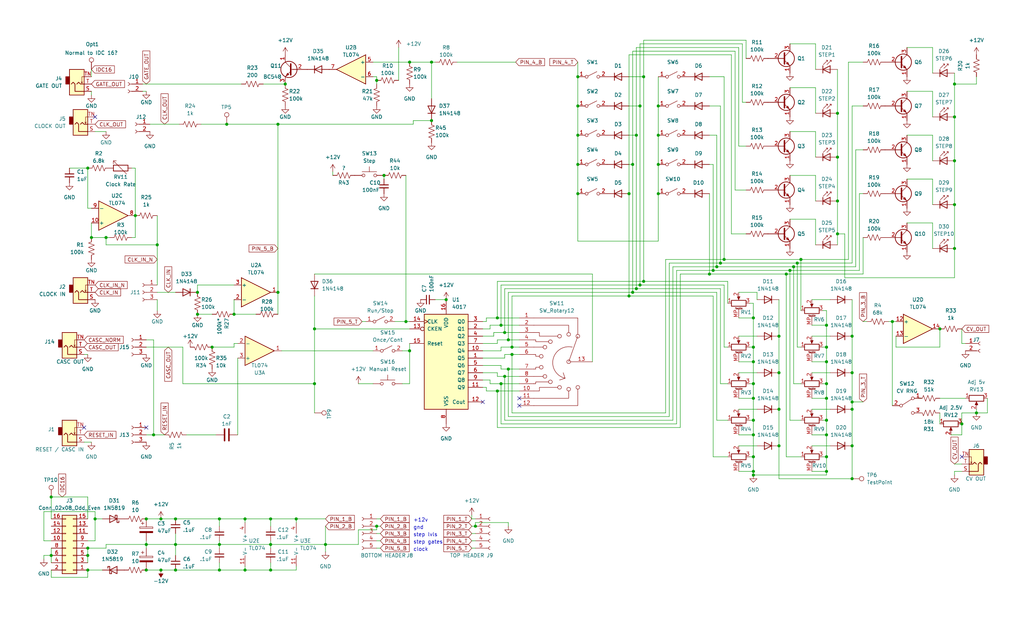
<source format=kicad_sch>
(kicad_sch (version 20230121) (generator eeschema)

  (uuid 0183ccee-e064-4ef2-a2e7-6b862e9a0382)

  (paper "USLegal")

  (title_block
    (comment 1 "Q1 to Q10: 2N3904")
  )

  

  (junction (at 93.98 189.23) (diameter 0) (color 0 0 0 0)
    (uuid 011c419d-5ff7-4363-9075-2856a4ede88f)
  )
  (junction (at 331.47 29.21) (diameter 0) (color 0 0 0 0)
    (uuid 015055e6-efde-4c4f-9c46-23f9a2170636)
  )
  (junction (at 96.52 43.18) (diameter 0) (color 0 0 0 0)
    (uuid 04e1114e-96ea-4540-84e8-8b36d5195c10)
  )
  (junction (at 261.62 158.75) (diameter 0) (color 0 0 0 0)
    (uuid 05073c47-fcd0-4703-b249-b58b15dcd343)
  )
  (junction (at 200.66 67.31) (diameter 0) (color 0 0 0 0)
    (uuid 0631bf95-2a23-415d-9360-7ee445c611a2)
  )
  (junction (at 287.02 163.83) (diameter 0) (color 0 0 0 0)
    (uuid 0708d56b-0868-431f-9c7b-0ddcc5b544c5)
  )
  (junction (at 55.88 198.12) (diameter 0) (color 0 0 0 0)
    (uuid 070dea96-734a-4fe8-a645-17436b18cde3)
  )
  (junction (at 78.74 43.18) (diameter 0) (color 0 0 0 0)
    (uuid 07da509e-87e7-49e5-b0cb-7eb102fda79b)
  )
  (junction (at 140.97 111.76) (diameter 0) (color 0 0 0 0)
    (uuid 08e06723-1a31-40ea-b20f-d54b0930880b)
  )
  (junction (at 142.24 121.92) (diameter 0) (color 0 0 0 0)
    (uuid 09917b29-4101-492a-9ac6-d92cd8b5c196)
  )
  (junction (at 33.02 180.34) (diameter 0) (color 0 0 0 0)
    (uuid 0a591257-640d-4ffa-adc7-e889a7ee0fde)
  )
  (junction (at 218.44 102.87) (diameter 0) (color 0 0 0 0)
    (uuid 0bf7a1e5-08d2-4422-85f0-27339bd14e48)
  )
  (junction (at 96.52 101.6) (diameter 0) (color 0 0 0 0)
    (uuid 0d11bdee-7ff2-4cb0-b2ff-c9ea355843f1)
  )
  (junction (at 218.44 67.31) (diameter 0) (color 0 0 0 0)
    (uuid 0e892fb9-6784-4f36-b722-0f39176507ea)
  )
  (junction (at 276.86 91.44) (diameter 0) (color 0 0 0 0)
    (uuid 0e96814c-0059-4694-8a94-2e445377cf4e)
  )
  (junction (at 200.66 57.15) (diameter 0) (color 0 0 0 0)
    (uuid 1005738a-a047-4fc9-8ad0-6948cc031bdb)
  )
  (junction (at 31.75 82.55) (diameter 0) (color 0 0 0 0)
    (uuid 14d46af3-c6d9-4f7e-b6fd-9a6b2ce626a9)
  )
  (junction (at 54.61 85.09) (diameter 0) (color 0 0 0 0)
    (uuid 18594226-b69a-4ed4-bd94-0670de485a48)
  )
  (junction (at 228.6 67.31) (diameter 0) (color 0 0 0 0)
    (uuid 1a2349e1-c614-4e54-9a0c-d33c56eda138)
  )
  (junction (at 287.02 138.43) (diameter 0) (color 0 0 0 0)
    (uuid 1ae7b0fa-0961-4fa9-b7a3-9899c89833f7)
  )
  (junction (at 274.32 93.98) (diameter 0) (color 0 0 0 0)
    (uuid 1b976353-272b-4447-8b2b-01c0850fd003)
  )
  (junction (at 68.58 109.22) (diameter 0) (color 0 0 0 0)
    (uuid 1cbe768f-d83e-48ea-9fc1-0ccbc01d54e1)
  )
  (junction (at 36.83 82.55) (diameter 0) (color 0 0 0 0)
    (uuid 1eb6c036-2edc-4802-b357-55e95c7d1581)
  )
  (junction (at 295.91 142.24) (diameter 0) (color 0 0 0 0)
    (uuid 1f16cde0-4b57-41af-b788-635dc2b5639e)
  )
  (junction (at 261.62 163.83) (diameter 0) (color 0 0 0 0)
    (uuid 20518cc6-f725-4d5e-9baf-324b533dcf19)
  )
  (junction (at 133.35 60.96) (diameter 0) (color 0 0 0 0)
    (uuid 2233ba33-dabb-42e5-a601-266667039581)
  )
  (junction (at 248.92 92.71) (diameter 0) (color 0 0 0 0)
    (uuid 22e49040-8e3d-42cb-ace8-4c4c8065d68d)
  )
  (junction (at 142.24 21.59) (diameter 0) (color 0 0 0 0)
    (uuid 233eb130-3332-4124-9488-5f46536af28a)
  )
  (junction (at 287.02 146.05) (diameter 0) (color 0 0 0 0)
    (uuid 27b98583-ea3b-43ee-a47e-c4036dcc0071)
  )
  (junction (at 290.83 39.37) (diameter 0) (color 0 0 0 0)
    (uuid 31130b81-9c05-48b1-944c-ae88c1bdc9ee)
  )
  (junction (at 60.96 198.12) (diameter 0) (color 0 0 0 0)
    (uuid 34913eb3-6602-4ff0-af27-7abea154e8fe)
  )
  (junction (at 295.91 166.37) (diameter 0) (color 0 0 0 0)
    (uuid 349bc12f-e94f-4f55-911d-565566a403c5)
  )
  (junction (at 50.8 189.23) (diameter 0) (color 0 0 0 0)
    (uuid 35d8efe1-1c04-4f27-ae57-90e4de5a951e)
  )
  (junction (at 287.02 125.73) (diameter 0) (color 0 0 0 0)
    (uuid 3ae19dab-d8af-48d0-b430-a62911e3184a)
  )
  (junction (at 76.2 198.12) (diameter 0) (color 0 0 0 0)
    (uuid 3dcacbfb-08e0-4510-8094-b15a3607711d)
  )
  (junction (at 331.47 55.88) (diameter 0) (color 0 0 0 0)
    (uuid 3efeea15-2555-409e-af77-545dcbe14fc3)
  )
  (junction (at 331.47 40.64) (diameter 0) (color 0 0 0 0)
    (uuid 42def11b-5506-426d-89af-6663d275c9b9)
  )
  (junction (at 76.2 189.23) (diameter 0) (color 0 0 0 0)
    (uuid 43006a6e-3e71-467b-8ff5-5e161aa64490)
  )
  (junction (at 130.81 182.88) (diameter 0) (color 0 0 0 0)
    (uuid 4315a091-cae2-459b-bfc4-f15f5f7e37ae)
  )
  (junction (at 270.51 142.24) (diameter 0) (color 0 0 0 0)
    (uuid 43486642-a052-4f5a-9f32-2a67b59c5169)
  )
  (junction (at 223.52 97.79) (diameter 0) (color 0 0 0 0)
    (uuid 4363f64e-8b28-4e7e-959a-f835726b2964)
  )
  (junction (at 149.86 21.59) (diameter 0) (color 0 0 0 0)
    (uuid 44cb9e48-68ec-4017-ac70-9677df73be80)
  )
  (junction (at 17.78 172.72) (diameter 0) (color 0 0 0 0)
    (uuid 453ef305-8e7c-435f-9621-3d0c812bcc89)
  )
  (junction (at 220.98 46.99) (diameter 0) (color 0 0 0 0)
    (uuid 478e64c5-1054-428f-be6c-eb3bb90547f2)
  )
  (junction (at 176.53 128.27) (diameter 0) (color 0 0 0 0)
    (uuid 4a52cef7-51fb-4872-9b1d-d243f7d9fced)
  )
  (junction (at 175.26 130.81) (diameter 0) (color 0 0 0 0)
    (uuid 4c421e5c-91b5-4d6a-a64b-8fa06442d4fc)
  )
  (junction (at 228.6 46.99) (diameter 0) (color 0 0 0 0)
    (uuid 4d380500-1a1b-4593-83c0-bb847f5d9030)
  )
  (junction (at 290.83 69.85) (diameter 0) (color 0 0 0 0)
    (uuid 4d8cc647-2c0b-4167-8dec-d35a59f3a146)
  )
  (junction (at 149.86 41.91) (diameter 0) (color 0 0 0 0)
    (uuid 50aea820-6df7-4352-a6e8-43ac4e358895)
  )
  (junction (at 222.25 36.83) (diameter 0) (color 0 0 0 0)
    (uuid 535dec9e-082b-46b3-be6d-f39446f80371)
  )
  (junction (at 261.62 133.35) (diameter 0) (color 0 0 0 0)
    (uuid 58acb13d-c688-405c-ba87-f0c93138f77e)
  )
  (junction (at 30.48 198.12) (diameter 0) (color 0 0 0 0)
    (uuid 59d80ebf-c408-46df-99f6-8225dd2d451e)
  )
  (junction (at 334.01 147.32) (diameter 0) (color 0 0 0 0)
    (uuid 5dce4a4e-b22a-42c8-9108-3b9583f2ab10)
  )
  (junction (at 17.78 193.04) (diameter 0) (color 0 0 0 0)
    (uuid 5e43a13b-7929-4de6-aa7b-c3e0fe9c554a)
  )
  (junction (at 173.99 133.35) (diameter 0) (color 0 0 0 0)
    (uuid 65781ae4-12cd-4edb-afdd-f057d2bbdd6d)
  )
  (junction (at 290.83 81.28) (diameter 0) (color 0 0 0 0)
    (uuid 6937e5a9-aeda-4677-95e0-d6843faf6a2f)
  )
  (junction (at 177.8 120.65) (diameter 0) (color 0 0 0 0)
    (uuid 6f1b7e21-af3c-49e4-98c5-bd7afee3aa10)
  )
  (junction (at 81.28 109.22) (diameter 0) (color 0 0 0 0)
    (uuid 71f2ba65-3980-44ae-aa6c-34e37e6e5dd3)
  )
  (junction (at 287.02 113.03) (diameter 0) (color 0 0 0 0)
    (uuid 767b877d-b030-4ea2-8f6b-a4eb58b2cabd)
  )
  (junction (at 270.51 129.54) (diameter 0) (color 0 0 0 0)
    (uuid 7683bb13-bd13-4b8f-b12b-18d4b994597f)
  )
  (junction (at 331.47 71.12) (diameter 0) (color 0 0 0 0)
    (uuid 768ba6d3-c917-431d-861b-17958550ac6e)
  )
  (junction (at 30.48 193.04) (diameter 0) (color 0 0 0 0)
    (uuid 796cdd9b-9f6f-4fba-a060-e83d39453b75)
  )
  (junction (at 109.22 133.35) (diameter 0) (color 0 0 0 0)
    (uuid 7bf4463a-5f1c-4aeb-a0e6-fecb80a99fa3)
  )
  (junction (at 172.72 135.89) (diameter 0) (color 0 0 0 0)
    (uuid 847ef4d2-a26f-4334-a34e-13bf1aefa8b2)
  )
  (junction (at 287.02 120.65) (diameter 0) (color 0 0 0 0)
    (uuid 85ce6f8b-55c0-4125-98ec-c92d18f3b2cb)
  )
  (junction (at 172.72 110.49) (diameter 0) (color 0 0 0 0)
    (uuid 8d1e2f59-09df-446a-8639-75d0c8288f3e)
  )
  (junction (at 50.8 198.12) (diameter 0) (color 0 0 0 0)
    (uuid 8d898de1-58e4-4ad6-88e0-c7766d796ae3)
  )
  (junction (at 295.91 154.94) (diameter 0) (color 0 0 0 0)
    (uuid 8ef872ae-231a-46e1-83d2-df835c2295e7)
  )
  (junction (at 200.66 26.67) (diameter 0) (color 0 0 0 0)
    (uuid 8f604f0d-51fa-4bd5-9228-1c6aa2221bab)
  )
  (junction (at 246.38 95.25) (diameter 0) (color 0 0 0 0)
    (uuid 9111096c-9f99-4805-88e0-1ecb8b44ed9a)
  )
  (junction (at 339.09 143.51) (diameter 0) (color 0 0 0 0)
    (uuid 912a605f-356f-4a50-bb48-5bda9b060076)
  )
  (junction (at 247.65 93.98) (diameter 0) (color 0 0 0 0)
    (uuid 944cc285-6a62-40b6-820c-0bf3e6478689)
  )
  (junction (at 200.66 36.83) (diameter 0) (color 0 0 0 0)
    (uuid 95441015-4f24-4c38-849e-33064da69901)
  )
  (junction (at 219.71 57.15) (diameter 0) (color 0 0 0 0)
    (uuid 9582a71e-cabb-4a8d-9541-18a03a4e4669)
  )
  (junction (at 30.48 190.5) (diameter 0) (color 0 0 0 0)
    (uuid 99faebab-e1d0-47b6-8d10-147e19486063)
  )
  (junction (at 68.58 101.6) (diameter 0) (color 0 0 0 0)
    (uuid 9b8f24ea-e58d-440d-93f3-c07dea705b1a)
  )
  (junction (at 261.62 110.49) (diameter 0) (color 0 0 0 0)
    (uuid 9c607e57-8baf-4bfe-b6e8-f6695e679d02)
  )
  (junction (at 273.05 95.25) (diameter 0) (color 0 0 0 0)
    (uuid 9d5af503-19a6-48ab-ad40-0a668b71ce61)
  )
  (junction (at 50.8 180.34) (diameter 0) (color 0 0 0 0)
    (uuid 9da8acd3-6492-4971-97af-b423114b3ac8)
  )
  (junction (at 30.48 58.42) (diameter 0) (color 0 0 0 0)
    (uuid 9e8b19ae-b85c-4ec5-b1ca-1bb1456dc798)
  )
  (junction (at 154.94 104.14) (diameter 0) (color 0 0 0 0)
    (uuid a3f18d3e-6080-4bc0-a898-7828693b0f40)
  )
  (junction (at 287.02 151.13) (diameter 0) (color 0 0 0 0)
    (uuid a719f73e-4927-449b-9891-4c97841033f4)
  )
  (junction (at 85.09 198.12) (diameter 0) (color 0 0 0 0)
    (uuid ae921906-958f-4de1-bf49-f8c1f5c5669f)
  )
  (junction (at 295.91 116.84) (diameter 0) (color 0 0 0 0)
    (uuid b35f0117-4ffc-4845-b6b1-4d3147eed72c)
  )
  (junction (at 261.62 138.43) (diameter 0) (color 0 0 0 0)
    (uuid b485af36-029a-4217-8fbf-705d3c1c1dca)
  )
  (junction (at 223.52 26.67) (diameter 0) (color 0 0 0 0)
    (uuid b7787053-b507-4014-9616-9b7e32bb3fb4)
  )
  (junction (at 261.62 151.13) (diameter 0) (color 0 0 0 0)
    (uuid b8771b17-a68e-4879-a748-6b58e261bc04)
  )
  (junction (at 309.88 111.76) (diameter 0) (color 0 0 0 0)
    (uuid b87a94d9-76df-4897-8029-02920ff7c924)
  )
  (junction (at 113.03 189.23) (diameter 0) (color 0 0 0 0)
    (uuid b964e435-c59c-4597-8e00-dd1f9b63da0a)
  )
  (junction (at 53.34 151.13) (diameter 0) (color 0 0 0 0)
    (uuid bb546b0f-ae6d-41e5-86ba-346e7277c81d)
  )
  (junction (at 200.66 46.99) (diameter 0) (color 0 0 0 0)
    (uuid bd82b9fa-a008-41f6-92cf-85b7b1e8c93d)
  )
  (junction (at 130.81 27.94) (diameter 0) (color 0 0 0 0)
    (uuid c17560ea-633f-4eb9-9de8-1fb84d0a23c1)
  )
  (junction (at 275.59 92.71) (diameter 0) (color 0 0 0 0)
    (uuid c2b2deb1-beeb-4b8c-a972-0dca3d90a279)
  )
  (junction (at 173.99 113.03) (diameter 0) (color 0 0 0 0)
    (uuid c3165b36-2268-4803-91af-6b3caf83b2c5)
  )
  (junction (at 165.1 182.88) (diameter 0) (color 0 0 0 0)
    (uuid c3ead2c6-a3c3-4ebd-a600-09922409d75b)
  )
  (junction (at 228.6 57.15) (diameter 0) (color 0 0 0 0)
    (uuid c78aa1eb-9252-4494-957d-f94af88e7704)
  )
  (junction (at 270.51 154.94) (diameter 0) (color 0 0 0 0)
    (uuid c7949983-f3dc-40fa-826a-06f40ff209d1)
  )
  (junction (at 287.02 133.35) (diameter 0) (color 0 0 0 0)
    (uuid d31fbc09-8155-4c78-80c7-19fb3d6e0db2)
  )
  (junction (at 326.39 114.3) (diameter 0) (color 0 0 0 0)
    (uuid d6423517-9ed2-4c3e-ab2a-0a3f27651aed)
  )
  (junction (at 55.88 180.34) (diameter 0) (color 0 0 0 0)
    (uuid d686accf-e0b1-432e-8335-2b2b106f4f06)
  )
  (junction (at 250.19 91.44) (diameter 0) (color 0 0 0 0)
    (uuid d6ed081a-9498-46b4-bec6-46c62fd2bda8)
  )
  (junction (at 60.96 180.34) (diameter 0) (color 0 0 0 0)
    (uuid d74b0c90-c805-4076-b9b5-8bd82c5fb948)
  )
  (junction (at 99.06 29.21) (diameter 0) (color 0 0 0 0)
    (uuid d905d111-b34f-4fec-9563-49b1fdfd32af)
  )
  (junction (at 73.66 120.65) (diameter 0) (color 0 0 0 0)
    (uuid db1805a6-f52b-4206-bc0c-20f880d385e0)
  )
  (junction (at 287.02 158.75) (diameter 0) (color 0 0 0 0)
    (uuid db203f07-ab4d-494d-bd81-fb9cdba5141c)
  )
  (junction (at 85.09 180.34) (diameter 0) (color 0 0 0 0)
    (uuid dbc71a58-d67f-4b85-b551-ab8f67a7651f)
  )
  (junction (at 93.98 198.12) (diameter 0) (color 0 0 0 0)
    (uuid dc0b2b96-4d5f-4fdc-9487-fc344d8894f6)
  )
  (junction (at 177.8 123.19) (diameter 0) (color 0 0 0 0)
    (uuid dc2eb1dc-1766-46e0-840b-77ec38027cdb)
  )
  (junction (at 76.2 180.34) (diameter 0) (color 0 0 0 0)
    (uuid dfa49811-dab2-4b84-83bd-7a18b81556a9)
  )
  (junction (at 220.98 100.33) (diameter 0) (color 0 0 0 0)
    (uuid e2cd1f0c-bece-4105-9986-d76cbdbbf5e3)
  )
  (junction (at 46.99 74.93) (diameter 0) (color 0 0 0 0)
    (uuid e6647efc-c800-4a38-8dc9-53bcbaf0134c)
  )
  (junction (at 261.62 146.05) (diameter 0) (color 0 0 0 0)
    (uuid e6a097f1-33bd-4a96-ad0c-cecec42277ee)
  )
  (junction (at 176.53 118.11) (diameter 0) (color 0 0 0 0)
    (uuid e6beb79f-38c1-4d4a-999f-e1438ac7a26f)
  )
  (junction (at 102.87 180.34) (diameter 0) (color 0 0 0 0)
    (uuid e6fec2bd-699f-4929-8920-2244c432fe5d)
  )
  (junction (at 175.26 115.57) (diameter 0) (color 0 0 0 0)
    (uuid e97e5170-2deb-493e-8e2b-576288576b0c)
  )
  (junction (at 261.62 120.65) (diameter 0) (color 0 0 0 0)
    (uuid eb0e99ea-e310-4fa5-bb8e-26935703a7c9)
  )
  (junction (at 228.6 36.83) (diameter 0) (color 0 0 0 0)
    (uuid ebce4ade-a0ca-4562-91a2-768c0bba2afe)
  )
  (junction (at 331.47 86.36) (diameter 0) (color 0 0 0 0)
    (uuid ec39c78a-5b4c-48b4-8cff-3903a6ca84a5)
  )
  (junction (at 295.91 139.7) (diameter 0) (color 0 0 0 0)
    (uuid eef667ef-78a0-4811-8db0-76dba011b60c)
  )
  (junction (at 222.25 99.06) (diameter 0) (color 0 0 0 0)
    (uuid ef354c8c-6a4e-49bd-af4b-8dda17e4431f)
  )
  (junction (at 109.22 114.3) (diameter 0) (color 0 0 0 0)
    (uuid efd49bdb-5e4a-443d-ad11-70c8e59ae44f)
  )
  (junction (at 251.46 90.17) (diameter 0) (color 0 0 0 0)
    (uuid f1159bce-7ed4-480b-b27d-26a8b28fc5e7)
  )
  (junction (at 60.96 189.23) (diameter 0) (color 0 0 0 0)
    (uuid f231537b-b45f-44b0-81f6-2ddc919320e4)
  )
  (junction (at 295.91 129.54) (diameter 0) (color 0 0 0 0)
    (uuid f40ab3cd-d74f-4ed5-9a0f-10ed44cbe68c)
  )
  (junction (at 93.98 180.34) (diameter 0) (color 0 0 0 0)
    (uuid f413e20b-046e-4341-a5e4-878a914081d8)
  )
  (junction (at 261.62 125.73) (diameter 0) (color 0 0 0 0)
    (uuid f76c79a1-a2b8-4183-8520-495d8023bb81)
  )
  (junction (at 270.51 116.84) (diameter 0) (color 0 0 0 0)
    (uuid f7bd8324-ce99-43ed-9828-097d6b2d30b7)
  )
  (junction (at 261.62 165.1) (diameter 0) (color 0 0 0 0)
    (uuid f82c878f-46ec-4e24-b8d2-a494e1353c15)
  )
  (junction (at 278.13 90.17) (diameter 0) (color 0 0 0 0)
    (uuid f880abbb-7db9-4b3f-baaf-b0965fb2819f)
  )
  (junction (at 219.71 101.6) (diameter 0) (color 0 0 0 0)
    (uuid fbaf419a-a794-4656-b029-32b6120d0512)
  )
  (junction (at 290.83 54.61) (diameter 0) (color 0 0 0 0)
    (uuid fbe51f3b-939f-4e45-9202-99cf4fc92e06)
  )

  (no_connect (at 180.34 138.43) (uuid 1dd65b67-37d9-4baa-8be4-c7291463e8f7))
  (no_connect (at 33.02 40.64) (uuid 2feef5e9-6b8d-4694-beb1-00bb1b0a4228))
  (no_connect (at 50.8 148.59) (uuid 73a0f5a2-b2ec-473d-a274-d168b273049a))
  (no_connect (at 29.21 148.59) (uuid dcf78844-6e34-4c76-8942-da9844c91b03))
  (no_connect (at 334.01 158.75) (uuid eb15304f-2906-46a3-882b-ec2778443661))
  (no_connect (at 180.34 140.97) (uuid ef7bb7ed-7285-4098-b34b-6145d18519b0))
  (no_connect (at 167.64 139.7) (uuid f676239d-d10b-49dc-b8af-d9af617e51bc))

  (wire (pts (xy 102.87 180.34) (xy 102.87 181.61))
    (stroke (width 0) (type default))
    (uuid 0074c357-3ded-4010-9e9e-5ab05367bde2)
  )
  (wire (pts (xy 323.85 16.51) (xy 323.85 25.4))
    (stroke (width 0) (type default))
    (uuid 00c16e64-cf00-4334-acbc-55381a0d48ab)
  )
  (wire (pts (xy 30.48 172.72) (xy 17.78 172.72))
    (stroke (width 0) (type default))
    (uuid 030e737b-7dd4-48cd-83e8-cf50a87ec4fe)
  )
  (wire (pts (xy 177.8 102.87) (xy 218.44 102.87))
    (stroke (width 0) (type default))
    (uuid 03eb185b-91c9-48bb-be55-932253ac2aa4)
  )
  (wire (pts (xy 177.8 102.87) (xy 177.8 120.65))
    (stroke (width 0) (type default))
    (uuid 040c08b7-8619-4363-b0c0-a3c89b9fe9fa)
  )
  (wire (pts (xy 173.99 120.65) (xy 177.8 120.65))
    (stroke (width 0) (type default))
    (uuid 045388af-7ac1-402f-8d73-1cfa13cfe524)
  )
  (wire (pts (xy 283.21 60.96) (xy 283.21 69.85))
    (stroke (width 0) (type default))
    (uuid 04d5d949-d504-41df-a482-2f952cf84e9a)
  )
  (wire (pts (xy 323.85 77.47) (xy 323.85 86.36))
    (stroke (width 0) (type default))
    (uuid 063e9571-37e4-4ce1-82ca-e468fac0a01e)
  )
  (wire (pts (xy 331.47 96.52) (xy 293.37 96.52))
    (stroke (width 0) (type default))
    (uuid 06d1e7d8-a1e6-4ca1-ac92-30378d5e8ad9)
  )
  (wire (pts (xy 281.94 142.24) (xy 288.29 142.24))
    (stroke (width 0) (type default))
    (uuid 06f0abdf-8e14-4d93-a747-a90bbceed4e0)
  )
  (wire (pts (xy 63.5 133.35) (xy 109.22 133.35))
    (stroke (width 0) (type default))
    (uuid 0736b2e2-1fc9-4ddd-b774-033c7b19bebf)
  )
  (wire (pts (xy 175.26 115.57) (xy 180.34 115.57))
    (stroke (width 0) (type default))
    (uuid 08fc2023-0ce2-4ad4-b9c4-e4a56942bc69)
  )
  (wire (pts (xy 129.54 21.59) (xy 142.24 21.59))
    (stroke (width 0) (type default))
    (uuid 09117d6b-3ba7-4e9f-8d71-199bb4d321a3)
  )
  (wire (pts (xy 256.54 101.6) (xy 262.89 101.6))
    (stroke (width 0) (type default))
    (uuid 098a8db1-4e79-4cc7-b7d3-c7f052fd7d67)
  )
  (wire (pts (xy 318.77 138.43) (xy 320.04 138.43))
    (stroke (width 0) (type default))
    (uuid 09f4f912-3085-41af-aa55-e1f4b1feab63)
  )
  (wire (pts (xy 287.02 125.73) (xy 287.02 133.35))
    (stroke (width 0) (type default))
    (uuid 0aae015e-ada4-4d8d-830e-581ff6054554)
  )
  (wire (pts (xy 236.22 95.25) (xy 236.22 148.59))
    (stroke (width 0) (type default))
    (uuid 0b07f73d-2d6d-40ad-8fbc-b56d2762406b)
  )
  (wire (pts (xy 165.1 187.96) (xy 163.83 187.96))
    (stroke (width 0) (type default))
    (uuid 0c05ca19-b3c9-471c-80da-c99c08197811)
  )
  (wire (pts (xy 49.53 29.21) (xy 83.82 29.21))
    (stroke (width 0) (type default))
    (uuid 0c30a32c-5005-4a9c-8574-3da53ac5ebd1)
  )
  (wire (pts (xy 50.8 180.34) (xy 55.88 180.34))
    (stroke (width 0) (type default))
    (uuid 0c536f4b-aac4-412d-b145-1b39bcabf054)
  )
  (wire (pts (xy 342.9 138.43) (xy 342.9 143.51))
    (stroke (width 0) (type default))
    (uuid 0cdcadec-2c03-4ca8-b5fb-3e1c216244ae)
  )
  (wire (pts (xy 251.46 120.65) (xy 252.73 120.65))
    (stroke (width 0) (type default))
    (uuid 0d2cbd8f-e182-485f-b0aa-0bcb88313e0d)
  )
  (wire (pts (xy 172.72 97.79) (xy 223.52 97.79))
    (stroke (width 0) (type default))
    (uuid 0db3a00a-a1d5-4cd6-b0cb-4ae307b391fc)
  )
  (wire (pts (xy 218.44 67.31) (xy 218.44 102.87))
    (stroke (width 0) (type default))
    (uuid 0f1734ee-cd02-4d41-9fbf-6617974ac5d4)
  )
  (wire (pts (xy 285.75 158.75) (xy 287.02 158.75))
    (stroke (width 0) (type default))
    (uuid 0f5f0a99-a8e0-4a22-b15e-cb5611f26383)
  )
  (wire (pts (xy 30.48 198.12) (xy 35.56 198.12))
    (stroke (width 0) (type default))
    (uuid 0f8dd740-fdcc-4317-89c4-b9db47e391af)
  )
  (wire (pts (xy 96.52 43.18) (xy 96.52 101.6))
    (stroke (width 0) (type default))
    (uuid 105335e4-0a8d-4580-a28a-8a50b851e5e1)
  )
  (wire (pts (xy 309.88 111.76) (xy 309.88 140.97))
    (stroke (width 0) (type default))
    (uuid 106d3330-79e1-485c-b84b-fb3a48f7c730)
  )
  (wire (pts (xy 228.6 36.83) (xy 228.6 46.99))
    (stroke (width 0) (type default))
    (uuid 10f6aee3-5b64-49d4-88c9-014b38ee8ca9)
  )
  (wire (pts (xy 113.03 182.88) (xy 113.03 189.23))
    (stroke (width 0) (type default))
    (uuid 12296e8a-b5e5-4963-ae48-f368c6b4b554)
  )
  (wire (pts (xy 93.98 189.23) (xy 113.03 189.23))
    (stroke (width 0) (type default))
    (uuid 12411b7f-c35d-4e9e-935a-4f399f73002c)
  )
  (wire (pts (xy 177.8 123.19) (xy 180.34 123.19))
    (stroke (width 0) (type default))
    (uuid 1297ee5e-d2cd-4e04-a398-7d8af3200b89)
  )
  (wire (pts (xy 96.52 43.18) (xy 143.51 43.18))
    (stroke (width 0) (type default))
    (uuid 12fc4e16-f3f4-4aa3-8fc0-e8eaa1bf2bf7)
  )
  (wire (pts (xy 167.64 121.92) (xy 173.99 121.92))
    (stroke (width 0) (type default))
    (uuid 13046eb0-59a1-4cbe-9e1c-0df6525dae05)
  )
  (wire (pts (xy 270.51 104.14) (xy 270.51 116.84))
    (stroke (width 0) (type default))
    (uuid 1361fa46-9c97-4e5b-9ce3-a8e351407360)
  )
  (wire (pts (xy 287.02 120.65) (xy 287.02 125.73))
    (stroke (width 0) (type default))
    (uuid 13b1e1a2-44b4-4ab8-90e9-84ccaebb4026)
  )
  (wire (pts (xy 168.91 111.76) (xy 167.64 111.76))
    (stroke (width 0) (type default))
    (uuid 13f1b5d6-74da-4b80-89a0-87006257fd05)
  )
  (wire (pts (xy 173.99 99.06) (xy 173.99 113.03))
    (stroke (width 0) (type default))
    (uuid 1428f379-0a0c-4b46-9c0a-312af3a66d03)
  )
  (wire (pts (xy 309.88 111.76) (xy 311.15 111.76))
    (stroke (width 0) (type default))
    (uuid 14321bc7-6bb5-4c19-b9b3-02a0d36ff2c8)
  )
  (wire (pts (xy 290.83 39.37) (xy 290.83 54.61))
    (stroke (width 0) (type default))
    (uuid 14594e85-7026-44fb-9209-57e9f54c91a0)
  )
  (wire (pts (xy 259.08 81.28) (xy 254 81.28))
    (stroke (width 0) (type default))
    (uuid 15ec230e-505a-4acc-82a6-0e51e2ff84c6)
  )
  (wire (pts (xy 248.92 46.99) (xy 248.92 92.71))
    (stroke (width 0) (type default))
    (uuid 1698c7d9-b8e5-4704-a0d2-1b986cb59d73)
  )
  (wire (pts (xy 283.21 76.2) (xy 283.21 85.09))
    (stroke (width 0) (type default))
    (uuid 17a13294-042c-43c9-8ded-148b1e9d71f7)
  )
  (wire (pts (xy 60.96 189.23) (xy 76.2 189.23))
    (stroke (width 0) (type default))
    (uuid 18a9b380-41a9-4d7b-8e51-14f4e71ddee8)
  )
  (wire (pts (xy 287.02 151.13) (xy 287.02 158.75))
    (stroke (width 0) (type default))
    (uuid 196c782f-b66d-41f4-86f0-1babb6b2abf7)
  )
  (wire (pts (xy 270.51 129.54) (xy 270.51 142.24))
    (stroke (width 0) (type default))
    (uuid 1a800bfd-a0ca-4bb2-9a47-5fcf6236fee7)
  )
  (wire (pts (xy 143.51 41.91) (xy 143.51 43.18))
    (stroke (width 0) (type default))
    (uuid 1ae93bba-ad37-4748-97c5-752d0fa3a1ba)
  )
  (wire (pts (xy 24.13 58.42) (xy 30.48 58.42))
    (stroke (width 0) (type default))
    (uuid 1b61b2be-e523-4af5-b41e-835c62fcc0ec)
  )
  (wire (pts (xy 172.72 135.89) (xy 180.34 135.89))
    (stroke (width 0) (type default))
    (uuid 1c4a0c24-e7eb-4db8-9ac6-2f85abb75c6a)
  )
  (wire (pts (xy 260.35 146.05) (xy 261.62 146.05))
    (stroke (width 0) (type default))
    (uuid 1c5145b4-2577-4032-a680-0c675a556095)
  )
  (wire (pts (xy 132.08 182.88) (xy 130.81 182.88))
    (stroke (width 0) (type default))
    (uuid 1c65ea17-1ca8-47ee-8a7f-596aa86948f6)
  )
  (wire (pts (xy 331.47 40.64) (xy 331.47 55.88))
    (stroke (width 0) (type default))
    (uuid 1c9c9a13-3d68-4a18-90f3-e657653cd765)
  )
  (wire (pts (xy 247.65 102.87) (xy 247.65 158.75))
    (stroke (width 0) (type default))
    (uuid 1cdf5679-3d77-4ae5-90df-15c79204965e)
  )
  (wire (pts (xy 200.66 21.59) (xy 200.66 26.67))
    (stroke (width 0) (type default))
    (uuid 1d18c942-eb98-4ced-b8a1-d2e40559f038)
  )
  (wire (pts (xy 53.34 151.13) (xy 57.15 151.13))
    (stroke (width 0) (type default))
    (uuid 1db9709b-7115-4b5d-a079-9529908da778)
  )
  (wire (pts (xy 246.38 95.25) (xy 273.05 95.25))
    (stroke (width 0) (type default))
    (uuid 1e56bced-0848-4b6d-93de-75bc2ebe7173)
  )
  (wire (pts (xy 171.45 115.57) (xy 175.26 115.57))
    (stroke (width 0) (type default))
    (uuid 1e842d7e-3afb-4389-8a10-70842753dfe4)
  )
  (wire (pts (xy 176.53 128.27) (xy 176.53 144.78))
    (stroke (width 0) (type default))
    (uuid 1f5fb3d2-62bc-425b-aacc-eff4b3355b08)
  )
  (wire (pts (xy 331.47 163.83) (xy 334.01 163.83))
    (stroke (width 0) (type default))
    (uuid 1f6154fb-6386-41c4-9835-2b4c30b7392e)
  )
  (wire (pts (xy 281.94 104.14) (xy 288.29 104.14))
    (stroke (width 0) (type default))
    (uuid 2103bc5c-5a9a-4fb5-8d2b-abab57fcedd8)
  )
  (wire (pts (xy 274.32 60.96) (xy 283.21 60.96))
    (stroke (width 0) (type default))
    (uuid 2142e024-aecd-49ce-bac7-fc724e41183e)
  )
  (wire (pts (xy 290.83 85.09) (xy 290.83 81.28))
    (stroke (width 0) (type default))
    (uuid 217b476a-7430-496e-b226-bfeff76aaed1)
  )
  (wire (pts (xy 222.25 36.83) (xy 222.25 99.06))
    (stroke (width 0) (type default))
    (uuid 21ae1422-9ebc-437c-98fd-8cdbba2308f9)
  )
  (wire (pts (xy 91.44 29.21) (xy 99.06 29.21))
    (stroke (width 0) (type default))
    (uuid 22ec44a1-9d23-48d5-948b-d71f2b17477c)
  )
  (wire (pts (xy 251.46 26.67) (xy 251.46 90.17))
    (stroke (width 0) (type default))
    (uuid 2332c493-abf4-434c-9cd9-6c2a7f84f621)
  )
  (wire (pts (xy 256.54 138.43) (xy 261.62 138.43))
    (stroke (width 0) (type default))
    (uuid 236e7074-fe32-46d3-bffc-3ea3fe983423)
  )
  (wire (pts (xy 50.8 151.13) (xy 53.34 151.13))
    (stroke (width 0) (type default))
    (uuid 23e4bbb0-876e-4fe1-a791-09b3c24ae7ab)
  )
  (wire (pts (xy 172.72 119.38) (xy 172.72 118.11))
    (stroke (width 0) (type default))
    (uuid 2402964b-e1a0-4e4f-88a2-3fcfd0f241e9)
  )
  (wire (pts (xy 165.1 190.5) (xy 163.83 190.5))
    (stroke (width 0) (type default))
    (uuid 247a67f7-9d2b-4220-b2bc-bf8063e2958d)
  )
  (wire (pts (xy 180.34 130.81) (xy 175.26 130.81))
    (stroke (width 0) (type default))
    (uuid 25f1a8c9-4ddc-4b07-8058-473337c0d386)
  )
  (wire (pts (xy 171.45 116.84) (xy 171.45 115.57))
    (stroke (width 0) (type default))
    (uuid 2617168f-357c-465d-8a7c-f0f085ebe093)
  )
  (wire (pts (xy 220.98 16.51) (xy 220.98 46.99))
    (stroke (width 0) (type default))
    (uuid 2669e2c1-d335-421d-acc7-c7d0e94f8927)
  )
  (wire (pts (xy 255.27 17.78) (xy 219.71 17.78))
    (stroke (width 0) (type default))
    (uuid 268ae26d-f9f5-41e2-87bd-9c52ffca2778)
  )
  (wire (pts (xy 234.95 93.98) (xy 247.65 93.98))
    (stroke (width 0) (type default))
    (uuid 26a3fa84-f5e0-471a-ae8c-4cc98650a064)
  )
  (wire (pts (xy 248.92 101.6) (xy 248.92 146.05))
    (stroke (width 0) (type default))
    (uuid 26adc095-0dbe-49ad-bfc5-d5a3d0284ac5)
  )
  (wire (pts (xy 326.39 138.43) (xy 335.28 138.43))
    (stroke (width 0) (type default))
    (uuid 26f6eb3f-897c-49ad-bd37-23370e7adbac)
  )
  (wire (pts (xy 218.44 102.87) (xy 247.65 102.87))
    (stroke (width 0) (type default))
    (uuid 273375f2-c9ec-4edc-a782-ac73e370b914)
  )
  (wire (pts (xy 246.38 67.31) (xy 246.38 95.25))
    (stroke (width 0) (type default))
    (uuid 273ec1e3-97aa-4f05-98b5-4bd795314f68)
  )
  (wire (pts (xy 33.02 177.8) (xy 33.02 180.34))
    (stroke (width 0) (type default))
    (uuid 274e1a15-558c-455d-8481-5dcf1d901791)
  )
  (wire (pts (xy 81.28 119.38) (xy 82.55 119.38))
    (stroke (width 0) (type default))
    (uuid 28513f53-4721-4a70-ac4c-c3a4aeebcc42)
  )
  (wire (pts (xy 30.48 190.5) (xy 36.83 190.5))
    (stroke (width 0) (type default))
    (uuid 28a6d574-2dfb-4694-960a-8299a295dd90)
  )
  (wire (pts (xy 274.32 15.24) (xy 283.21 15.24))
    (stroke (width 0) (type default))
    (uuid 28ff35d7-0b0a-41d5-8ae1-1afd59c15233)
  )
  (wire (pts (xy 270.51 166.37) (xy 295.91 166.37))
    (stroke (width 0) (type default))
    (uuid 2a32df4c-5020-48bc-bdc2-781e1de4a336)
  )
  (wire (pts (xy 168.91 134.62) (xy 168.91 135.89))
    (stroke (width 0) (type default))
    (uuid 2a49ec9d-2e95-484e-a388-0cd3d1738668)
  )
  (wire (pts (xy 256.54 154.94) (xy 262.89 154.94))
    (stroke (width 0) (type default))
    (uuid 2b580b61-5b13-402e-b0e3-733870d02d94)
  )
  (wire (pts (xy 175.26 100.33) (xy 220.98 100.33))
    (stroke (width 0) (type default))
    (uuid 2bdd39b5-e18d-4dd6-93db-66e5a729219c)
  )
  (wire (pts (xy 323.85 31.75) (xy 323.85 40.64))
    (stroke (width 0) (type default))
    (uuid 2c4d4887-1b89-421a-9a17-303e4b6b6e04)
  )
  (wire (pts (xy 172.72 135.89) (xy 172.72 148.59))
    (stroke (width 0) (type default))
    (uuid 2cf0a9b6-feb9-4df6-b6bc-12a2eeff6cbf)
  )
  (wire (pts (xy 93.98 180.34) (xy 93.98 182.88))
    (stroke (width 0) (type default))
    (uuid 2d8f9d37-f968-4055-8ade-55fb4cfd3bae)
  )
  (wire (pts (xy 295.91 142.24) (xy 295.91 154.94))
    (stroke (width 0) (type default))
    (uuid 2de11bca-c98c-4cfb-88f1-7f9c6ba044db)
  )
  (wire (pts (xy 314.96 62.23) (xy 323.85 62.23))
    (stroke (width 0) (type default))
    (uuid 2de13f4b-5e00-4f98-9c6d-73d97ede169a)
  )
  (wire (pts (xy 287.02 133.35) (xy 287.02 138.43))
    (stroke (width 0) (type default))
    (uuid 2e4b1138-f05a-4153-ab7c-0bd0a4f92989)
  )
  (wire (pts (xy 290.83 69.85) (xy 290.83 81.28))
    (stroke (width 0) (type default))
    (uuid 2eae8a5b-fbfb-4b4a-9672-eaa6796849d2)
  )
  (wire (pts (xy 68.58 99.06) (xy 68.58 101.6))
    (stroke (width 0) (type default))
    (uuid 2ed45247-0681-4c70-98ca-6bad2e80d725)
  )
  (wire (pts (xy 172.72 130.81) (xy 175.26 130.81))
    (stroke (width 0) (type default))
    (uuid 2f2bf9f9-441d-4b62-b51f-674bc20f45ce)
  )
  (wire (pts (xy 29.21 153.67) (xy 31.75 153.67))
    (stroke (width 0) (type default))
    (uuid 2f85001d-e8b7-4b8f-8e7c-e871259ef423)
  )
  (wire (pts (xy 15.24 177.8) (xy 33.02 177.8))
    (stroke (width 0) (type default))
    (uuid 2f8d7545-fa11-4358-b041-1919a39a1c35)
  )
  (wire (pts (xy 96.52 43.18) (xy 78.74 43.18))
    (stroke (width 0) (type default))
    (uuid 2ff26a64-5b01-4d36-9861-f9fccbb4d0a0)
  )
  (wire (pts (xy 132.08 187.96) (xy 130.81 187.96))
    (stroke (width 0) (type default))
    (uuid 3147fcdf-adda-4e00-a5c9-71c6050f9782)
  )
  (wire (pts (xy 331.47 29.21) (xy 339.09 29.21))
    (stroke (width 0) (type default))
    (uuid 322c11db-5286-4058-bdd4-88fa29e053b1)
  )
  (wire (pts (xy 31.75 24.13) (xy 31.75 26.67))
    (stroke (width 0) (type default))
    (uuid 3239b486-4c3a-4d0d-9fe1-b79467e904e8)
  )
  (wire (pts (xy 68.58 99.06) (xy 81.28 99.06))
    (stroke (width 0) (type default))
    (uuid 32d6076f-41bf-4c92-b2ef-ba362090bf95)
  )
  (wire (pts (xy 273.05 95.25) (xy 299.72 95.25))
    (stroke (width 0) (type default))
    (uuid 33755df3-2997-41f7-ac73-082db42c8ef8)
  )
  (wire (pts (xy 31.75 72.39) (xy 30.48 72.39))
    (stroke (width 0) (type default))
    (uuid 346a2329-0139-448c-adbc-5c52f0e0b300)
  )
  (wire (pts (xy 339.09 142.24) (xy 339.09 143.51))
    (stroke (width 0) (type default))
    (uuid 34786f5b-90e8-42ff-a423-ab08e39c1f79)
  )
  (wire (pts (xy 295.91 104.14) (xy 295.91 116.84))
    (stroke (width 0) (type default))
    (uuid 34987e7d-1211-4776-bf45-b8d8a02b0058)
  )
  (wire (pts (xy 262.89 101.6) (xy 262.89 104.14))
    (stroke (width 0) (type default))
    (uuid 34b22ab0-a4c3-4543-a6f0-cc70724ecd2e)
  )
  (wire (pts (xy 334.01 119.38) (xy 335.28 119.38))
    (stroke (width 0) (type default))
    (uuid 34c8d1d3-f54a-4902-94a8-8e13aa0105a2)
  )
  (wire (pts (xy 295.91 36.83) (xy 299.72 36.83))
    (stroke (width 0) (type default))
    (uuid 3540ec8d-5eb3-4afc-936e-37011f7ace91)
  )
  (wire (pts (xy 60.96 180.34) (xy 76.2 180.34))
    (stroke (width 0) (type default))
    (uuid 366b9800-6bbc-4d3f-9da6-647618f39022)
  )
  (wire (pts (xy 219.71 101.6) (xy 248.92 101.6))
    (stroke (width 0) (type default))
    (uuid 36710a29-8e56-48e5-921f-26390d3bbb59)
  )
  (wire (pts (xy 250.19 100.33) (xy 250.19 133.35))
    (stroke (width 0) (type default))
    (uuid 3692ac6e-af22-4564-936d-af8fe0da8f6a)
  )
  (wire (pts (xy 60.96 189.23) (xy 60.96 193.04))
    (stroke (width 0) (type default))
    (uuid 36b60918-131f-4685-b6c3-c67275af1c29)
  )
  (wire (pts (xy 200.66 57.15) (xy 200.66 67.31))
    (stroke (width 0) (type default))
    (uuid 37b2b507-632c-4bdf-a7b7-eb8f6a7db69b)
  )
  (wire (pts (xy 261.62 158.75) (xy 260.35 158.75))
    (stroke (width 0) (type default))
    (uuid 37ba68b3-a9a5-4022-8315-9f3a13dbe4c8)
  )
  (wire (pts (xy 85.09 198.12) (xy 85.09 196.85))
    (stroke (width 0) (type default))
    (uuid 3811e2e5-02a1-4893-8c62-10dcc07312a4)
  )
  (wire (pts (xy 218.44 19.05) (xy 218.44 67.31))
    (stroke (width 0) (type default))
    (uuid 3827a44f-0207-4017-904e-4ea8d42ac09d)
  )
  (wire (pts (xy 137.16 111.76) (xy 140.97 111.76))
    (stroke (width 0) (type default))
    (uuid 3835eaf6-f816-40ae-a82a-c509993d9c4f)
  )
  (wire (pts (xy 287.02 158.75) (xy 287.02 163.83))
    (stroke (width 0) (type default))
    (uuid 3a425a08-81bf-42c0-a1fb-1c5624b0f2a4)
  )
  (wire (pts (xy 33.02 180.34) (xy 33.02 187.96))
    (stroke (width 0) (type default))
    (uuid 3a841f4a-12a3-455a-8f61-14878e0ec4b2)
  )
  (wire (pts (xy 283.21 45.72) (xy 283.21 54.61))
    (stroke (width 0) (type default))
    (uuid 3aa2979d-9cbd-4563-91b0-5014ec806b14)
  )
  (wire (pts (xy 29.21 123.19) (xy 30.48 123.19))
    (stroke (width 0) (type default))
    (uuid 3b527e6b-d3dc-44da-88da-81ecf9d3c93b)
  )
  (wire (pts (xy 36.83 82.55) (xy 36.83 85.09))
    (stroke (width 0) (type default))
    (uuid 3b7ad2fe-2091-4504-9280-311ae28ae87c)
  )
  (wire (pts (xy 290.83 54.61) (xy 290.83 69.85))
    (stroke (width 0) (type default))
    (uuid 3d36852d-227e-45dd-9679-d566674aa1e1)
  )
  (wire (pts (xy 299.72 52.07) (xy 297.18 52.07))
    (stroke (width 0) (type default))
    (uuid 3d64a7f4-4198-40b9-b2a4-11d17061f755)
  )
  (wire (pts (xy 138.43 16.51) (xy 138.43 27.94))
    (stroke (width 0) (type default))
    (uuid 3dc743c8-9dde-47f1-bf34-8eee12697149)
  )
  (wire (pts (xy 81.28 104.14) (xy 81.28 109.22))
    (stroke (width 0) (type default))
    (uuid 3e4827ad-eb8c-4ceb-b8ba-3ce0c2a0074d)
  )
  (wire (pts (xy 139.7 133.35) (xy 142.24 133.35))
    (stroke (width 0) (type default))
    (uuid 3ea0db75-5062-42e8-b1aa-74d7db250a59)
  )
  (wire (pts (xy 45.72 58.42) (xy 46.99 58.42))
    (stroke (width 0) (type default))
    (uuid 3f57c2e9-9bd5-48af-806c-569985dd878e)
  )
  (wire (pts (xy 85.09 180.34) (xy 93.98 180.34))
    (stroke (width 0) (type default))
    (uuid 40010a77-6782-4ab7-a4d9-dc7e8f8cb6db)
  )
  (wire (pts (xy 254 81.28) (xy 254 19.05))
    (stroke (width 0) (type default))
    (uuid 4044bfc9-09e9-4200-916c-7bb30e521f63)
  )
  (wire (pts (xy 109.22 114.3) (xy 142.24 114.3))
    (stroke (width 0) (type default))
    (uuid 40981465-d150-4c37-8461-01b26a6b21e5)
  )
  (wire (pts (xy 259.08 66.04) (xy 255.27 66.04))
    (stroke (width 0) (type default))
    (uuid 412c6ed0-e4c6-48ea-8b3d-69a1a7c7eaf4)
  )
  (wire (pts (xy 130.81 27.94) (xy 130.81 29.21))
    (stroke (width 0) (type default))
    (uuid 41d8f73b-7bcf-459b-956c-0c882a26c1b0)
  )
  (wire (pts (xy 54.61 85.09) (xy 54.61 99.06))
    (stroke (width 0) (type default))
    (uuid 43124f03-4fdb-407e-b794-7f53b3252a3c)
  )
  (wire (pts (xy 275.59 92.71) (xy 297.18 92.71))
    (stroke (width 0) (type default))
    (uuid 43e3ab10-b01e-483b-9f8f-a4de5f8d0373)
  )
  (wire (pts (xy 33.02 45.72) (xy 36.83 45.72))
    (stroke (width 0) (type default))
    (uuid 442d5c70-7ec2-483c-aa63-3ad7d6ae06b5)
  )
  (wire (pts (xy 60.96 185.42) (xy 60.96 189.23))
    (stroke (width 0) (type default))
    (uuid 44342498-eedd-4c58-81d0-41b0f8b6d43b)
  )
  (wire (pts (xy 298.45 93.98) (xy 298.45 67.31))
    (stroke (width 0) (type default))
    (uuid 45343125-769b-4cd5-a878-fe049bccbd2b)
  )
  (wire (pts (xy 151.13 104.14) (xy 154.94 104.14))
    (stroke (width 0) (type default))
    (uuid 45432334-2f6b-4d46-9933-1a309463281e)
  )
  (wire (pts (xy 250.19 91.44) (xy 276.86 91.44))
    (stroke (width 0) (type default))
    (uuid 45be822c-f5aa-481d-b068-0556b810d695)
  )
  (wire (pts (xy 281.94 116.84) (xy 288.29 116.84))
    (stroke (width 0) (type default))
    (uuid 460b2606-5c49-4506-9394-048d19c24c90)
  )
  (wire (pts (xy 93.98 180.34) (xy 102.87 180.34))
    (stroke (width 0) (type default))
    (uuid 4658ff03-b206-479a-a697-4a4877029ea2)
  )
  (wire (pts (xy 177.8 123.19) (xy 177.8 143.51))
    (stroke (width 0) (type default))
    (uuid 47f6c29c-45d9-4432-8725-fefa94223901)
  )
  (wire (pts (xy 205.74 125.73) (xy 205.74 95.25))
    (stroke (width 0) (type default))
    (uuid 480b3ba3-8568-471a-9b2c-c0c9636b8422)
  )
  (wire (pts (xy 102.87 180.34) (xy 113.03 180.34))
    (stroke (width 0) (type default))
    (uuid 489f7067-d3d5-4132-b654-700f290037ce)
  )
  (wire (pts (xy 331.47 165.1) (xy 331.47 163.83))
    (stroke (width 0) (type default))
    (uuid 49000e84-8399-4415-83d1-51d75f8b75c4)
  )
  (wire (pts (xy 256.54 142.24) (xy 262.89 142.24))
    (stroke (width 0) (type default))
    (uuid 496b0a9c-f370-43e5-9fe6-3ac2efbb0e49)
  )
  (wire (pts (xy 246.38 46.99) (xy 248.92 46.99))
    (stroke (width 0) (type default))
    (uuid 4aa9526e-7366-4b36-94be-a350be4becca)
  )
  (wire (pts (xy 132.08 180.34) (xy 130.81 180.34))
    (stroke (width 0) (type default))
    (uuid 4b043d84-bb8b-4e5c-a452-67e6d5fcfc90)
  )
  (wire (pts (xy 76.2 180.34) (xy 76.2 182.88))
    (stroke (width 0) (type default))
    (uuid 4b10eaa4-1c5e-4289-96f5-133ff1ccfbea)
  )
  (wire (pts (xy 85.09 198.12) (xy 93.98 198.12))
    (stroke (width 0) (type default))
    (uuid 4be1dc18-e1b3-4baa-9620-98d16d201f96)
  )
  (wire (pts (xy 168.91 110.49) (xy 172.72 110.49))
    (stroke (width 0) (type default))
    (uuid 4c9ceeb1-9223-448c-9463-905ede27a30e)
  )
  (wire (pts (xy 331.47 55.88) (xy 331.47 71.12))
    (stroke (width 0) (type default))
    (uuid 4d05e5f6-f9d9-4167-87ba-aa43d86a0b8a)
  )
  (wire (pts (xy 285.75 120.65) (xy 287.02 120.65))
    (stroke (width 0) (type default))
    (uuid 4d4a1d61-072f-43f9-9035-157f7524f56a)
  )
  (wire (pts (xy 93.98 189.23) (xy 93.98 190.5))
    (stroke (width 0) (type default))
    (uuid 4d8cef1d-afe4-44fd-b8d5-a31fceef3877)
  )
  (wire (pts (xy 247.65 158.75) (xy 252.73 158.75))
    (stroke (width 0) (type default))
    (uuid 4dd44334-a207-4e5c-ab36-94361a2e0c6c)
  )
  (wire (pts (xy 140.97 60.96) (xy 140.97 111.76))
    (stroke (width 0) (type default))
    (uuid 4e5c7a51-b67c-41f0-bfc7-7922eb91387c)
  )
  (wire (pts (xy 33.02 180.34) (xy 35.56 180.34))
    (stroke (width 0) (type default))
    (uuid 4e75c645-d002-4841-b473-8383194bc810)
  )
  (wire (pts (xy 176.53 118.11) (xy 180.34 118.11))
    (stroke (width 0) (type default))
    (uuid 4f8b24e4-6087-4a34-a8bf-9de9cb4eb7bb)
  )
  (wire (pts (xy 248.92 92.71) (xy 275.59 92.71))
    (stroke (width 0) (type default))
    (uuid 501216c5-c4bf-4a9e-b6a0-7ca00f1c1ffd)
  )
  (wire (pts (xy 287.02 113.03) (xy 287.02 120.65))
    (stroke (width 0) (type default))
    (uuid 501d1dd2-0d13-45a2-81c9-611fb3ca4cb3)
  )
  (wire (pts (xy 53.34 118.11) (xy 53.34 151.13))
    (stroke (width 0) (type default))
    (uuid 509d3cde-a1e3-4846-adea-57f78f986d59)
  )
  (wire (pts (xy 246.38 26.67) (xy 251.46 26.67))
    (stroke (width 0) (type default))
    (uuid 520dee8a-dfb6-4034-9f3a-50f79c308bbc)
  )
  (wire (pts (xy 257.81 15.24) (xy 222.25 15.24))
    (stroke (width 0) (type default))
    (uuid 5331eb0b-4251-44f6-a4d3-8d4f1574af57)
  )
  (wire (pts (xy 173.99 133.35) (xy 180.34 133.35))
    (stroke (width 0) (type default))
    (uuid 5353703f-787f-42c1-97bc-7b1027fe6275)
  )
  (wire (pts (xy 17.78 172.72) (xy 17.78 180.34))
    (stroke (width 0) (type default))
    (uuid 5393aba1-e235-49f4-aa78-815e8e5ac997)
  )
  (wire (pts (xy 278.13 120.65) (xy 276.86 120.65))
    (stroke (width 0) (type default))
    (uuid 5476534f-073d-471d-832e-718c1e9ef94b)
  )
  (wire (pts (xy 132.08 190.5) (xy 130.81 190.5))
    (stroke (width 0) (type default))
    (uuid 54a7b415-ae57-426f-bf33-431c7622d84c)
  )
  (wire (pts (xy 295.91 154.94) (xy 295.91 166.37))
    (stroke (width 0) (type default))
    (uuid 54c68f37-55cf-44b8-8cc6-6ea2c5deafd2)
  )
  (wire (pts (xy 17.78 198.12) (xy 17.78 200.66))
    (stroke (width 0) (type default))
    (uuid 55e42784-f252-4b1b-bfff-91ae29ddb431)
  )
  (wire (pts (xy 54.61 74.93) (xy 54.61 85.09))
    (stroke (width 0) (type default))
    (uuid 576fecf2-6788-44ad-9cc5-7b2cb7478601)
  )
  (wire (pts (xy 234.95 93.98) (xy 234.95 147.32))
    (stroke (width 0) (type default))
    (uuid 57fbea3c-4fa3-4ddf-95bb-a65ff7d49450)
  )
  (wire (pts (xy 176.53 101.6) (xy 176.53 118.11))
    (stroke (width 0) (type default))
    (uuid 5811348b-e491-4bb6-9703-02cacbefb1fe)
  )
  (wire (pts (xy 218.44 26.67) (xy 223.52 26.67))
    (stroke (width 0) (type default))
    (uuid 5860cc45-e3b8-473f-a614-106b7a4cf3a3)
  )
  (wire (pts (xy 257.81 35.56) (xy 257.81 15.24))
    (stroke (width 0) (type default))
    (uuid 596efc1a-d8ef-4086-8ce8-e68609822e23)
  )
  (wire (pts (xy 15.24 193.04) (xy 15.24 194.31))
    (stroke (width 0) (type default))
    (uuid 597ad670-0739-49d5-bb81-c5ee6fad2f3c)
  )
  (wire (pts (xy 281.94 163.83) (xy 287.02 163.83))
    (stroke (width 0) (type default))
    (uuid 5a0deda8-d2ae-4dd1-91b9-6e3a5e53b807)
  )
  (wire (pts (xy 82.55 124.46) (xy 82.55 151.13))
    (stroke (width 0) (type default))
    (uuid 5ba4f7d8-1d5f-4467-93cc-4ada828f06ba)
  )
  (wire (pts (xy 175.26 124.46) (xy 167.64 124.46))
    (stroke (width 0) (type default))
    (uuid 5c1be4f9-2de5-462f-9484-92baa4410285)
  )
  (wire (pts (xy 228.6 26.67) (xy 228.6 36.83))
    (stroke (width 0) (type default))
    (uuid 5c52b488-7953-4c99-9bba-9a5913763677)
  )
  (wire (pts (xy 278.13 107.95) (xy 278.13 90.17))
    (stroke (width 0) (type default))
    (uuid 5caf3eb9-4849-49a6-8b4a-3bc32795daf8)
  )
  (wire (pts (xy 130.81 182.88) (xy 130.81 184.15))
    (stroke (width 0) (type default))
    (uuid 5cfc1198-6490-493d-960c-4d73858c0982)
  )
  (wire (pts (xy 165.1 181.61) (xy 165.1 182.88))
    (stroke (width 0) (type default))
    (uuid 5df89455-8054-410f-842d-2957bf397bdd)
  )
  (wire (pts (xy 139.7 121.92) (xy 142.24 121.92))
    (stroke (width 0) (type default))
    (uuid 5e0f1267-35e5-4dde-829e-44ad43280d1d)
  )
  (wire (pts (xy 281.94 125.73) (xy 287.02 125.73))
    (stroke (width 0) (type default))
    (uuid 5e887629-1f97-440d-b49e-ff9f4035c19d)
  )
  (wire (pts (xy 261.62 138.43) (xy 261.62 146.05))
    (stroke (width 0) (type default))
    (uuid 5f263a67-7f39-42dc-8c6c-8e1d773f5170)
  )
  (wire (pts (xy 278.13 133.35) (xy 275.59 133.35))
    (stroke (width 0) (type default))
    (uuid 600e0fe3-2ba4-4b41-92a9-65cd6252749d)
  )
  (wire (pts (xy 261.62 110.49) (xy 261.62 120.65))
    (stroke (width 0) (type default))
    (uuid 60fdfc47-4310-48b7-89f8-d5528a21aeae)
  )
  (wire (pts (xy 293.37 96.52) (xy 293.37 81.28))
    (stroke (width 0) (type default))
    (uuid 6111cabf-4493-4fba-9eed-0f934865893f)
  )
  (wire (pts (xy 50.8 189.23) (xy 50.8 190.5))
    (stroke (width 0) (type default))
    (uuid 6127fd5b-464c-467e-82d3-ed00bce50d87)
  )
  (wire (pts (xy 331.47 161.29) (xy 334.01 161.29))
    (stroke (width 0) (type default))
    (uuid 6191e963-9184-4079-8316-7a2e447cf16d)
  )
  (wire (pts (xy 259.08 13.97) (xy 223.52 13.97))
    (stroke (width 0) (type default))
    (uuid 61b4629b-fc66-448d-85b3-0f771f52b46d)
  )
  (wire (pts (xy 17.78 187.96) (xy 15.24 187.96))
    (stroke (width 0) (type default))
    (uuid 637aea41-1896-493e-9599-fc316ee0dace)
  )
  (wire (pts (xy 173.99 127) (xy 173.99 128.27))
    (stroke (width 0) (type default))
    (uuid 6428d2ed-91e5-4634-82f2-84e0af313fb3)
  )
  (wire (pts (xy 176.53 101.6) (xy 219.71 101.6))
    (stroke (width 0) (type default))
    (uuid 64369d7d-918f-474a-9fe9-2a712b57f1f4)
  )
  (wire (pts (xy 246.38 57.15) (xy 247.65 57.15))
    (stroke (width 0) (type default))
    (uuid 648b5b60-166f-4e51-a8d3-7cfe2fe73ad0)
  )
  (wire (pts (xy 17.78 193.04) (xy 15.24 193.04))
    (stroke (width 0) (type default))
    (uuid 64be9f68-5d7d-414d-a995-e6784f02fed1)
  )
  (wire (pts (xy 76.2 198.12) (xy 85.09 198.12))
    (stroke (width 0) (type default))
    (uuid 650d0fc0-7aa5-4a53-b1f3-2f60fbb2bbc6)
  )
  (wire (pts (xy 115.57 59.69) (xy 115.57 60.96))
    (stroke (width 0) (type default))
    (uuid 6517acc8-c651-445e-b719-1e75eed10cf5)
  )
  (wire (pts (xy 85.09 180.34) (xy 85.09 181.61))
    (stroke (width 0) (type default))
    (uuid 653ccc41-6331-42e9-8c62-b7b9eaacb506)
  )
  (wire (pts (xy 17.78 190.5) (xy 17.78 193.04))
    (stroke (width 0) (type default))
    (uuid 6628a1c2-a78a-4b71-bba2-4e78e6e8b3f1)
  )
  (wire (pts (xy 236.22 95.25) (xy 246.38 95.25))
    (stroke (width 0) (type default))
    (uuid 662b16af-0115-4f9b-893f-88663ee55794)
  )
  (wire (pts (xy 76.2 195.58) (xy 76.2 198.12))
    (stroke (width 0) (type default))
    (uuid 6722cd08-3a4c-44ac-9790-6e083f3d65fc)
  )
  (wire (pts (xy 232.41 144.78) (xy 232.41 91.44))
    (stroke (width 0) (type default))
    (uuid 6751d0fd-ad6d-41b6-ab4f-423075aa3b12)
  )
  (wire (pts (xy 93.98 198.12) (xy 102.87 198.12))
    (stroke (width 0) (type default))
    (uuid 67ae22b4-56b4-4085-a4cc-0c6fd09ecd34)
  )
  (wire (pts (xy 261.62 120.65) (xy 261.62 125.73))
    (stroke (width 0) (type default))
    (uuid 67afa2cd-0e3d-4a09-ae93-e4d072b02793)
  )
  (wire (pts (xy 314.96 46.99) (xy 323.85 46.99))
    (stroke (width 0) (type default))
    (uuid 67f83f89-1f7c-47e1-95e1-a609c0d2f92b)
  )
  (wire (pts (xy 130.81 184.15) (xy 124.46 184.15))
    (stroke (width 0) (type default))
    (uuid 68a20063-8975-4265-8d59-a0f593891c30)
  )
  (wire (pts (xy 281.94 151.13) (xy 287.02 151.13))
    (stroke (width 0) (type default))
    (uuid 68c79547-098c-45a7-8a86-feb761f08f3c)
  )
  (wire (pts (xy 200.66 26.67) (xy 200.66 36.83))
    (stroke (width 0) (type default))
    (uuid 697ae067-5769-48c0-90a5-45a2f500282c)
  )
  (wire (pts (xy 170.18 113.03) (xy 173.99 113.03))
    (stroke (width 0) (type default))
    (uuid 6bc7c8a7-88d9-49cb-91b5-c6b175a4afd7)
  )
  (wire (pts (xy 287.02 138.43) (xy 287.02 146.05))
    (stroke (width 0) (type default))
    (uuid 6bd6293b-ecc9-41f6-8717-6c9a5fbb88be)
  )
  (wire (pts (xy 172.72 97.79) (xy 172.72 110.49))
    (stroke (width 0) (type default))
    (uuid 6d768fff-2742-4c44-9599-0e4fd2b89902)
  )
  (wire (pts (xy 299.72 21.59) (xy 294.64 21.59))
    (stroke (width 0) (type default))
    (uuid 6e831aa6-27d6-4c7d-a9a9-abe17317fbf6)
  )
  (wire (pts (xy 175.26 123.19) (xy 175.26 124.46))
    (stroke (width 0) (type default))
    (uuid 6ef0f0dc-a5b8-4993-9b89-33d67ec74ad4)
  )
  (wire (pts (xy 76.2 189.23) (xy 93.98 189.23))
    (stroke (width 0) (type default))
    (uuid 6f84c581-dab8-427d-a715-c7ae5efc507d)
  )
  (wire (pts (xy 223.52 97.79) (xy 252.73 97.79))
    (stroke (width 0) (type default))
    (uuid 6ff4799f-314b-446a-8930-fe21161a5004)
  )
  (wire (pts (xy 334.01 114.3) (xy 334.01 119.38))
    (stroke (width 0) (type default))
    (uuid 719f9d63-c231-4505-904c-3f674f3dcb52)
  )
  (wire (pts (xy 287.02 107.95) (xy 287.02 113.03))
    (stroke (width 0) (type default))
    (uuid 71b902f4-d6bb-43f2-b790-bb79747002da)
  )
  (wire (pts (xy 173.99 128.27) (xy 176.53 128.27))
    (stroke (width 0) (type default))
    (uuid 71f14634-cb87-495f-b135-e751ab00c40c)
  )
  (wire (pts (xy 220.98 100.33) (xy 250.19 100.33))
    (stroke (width 0) (type default))
    (uuid 7235c174-633f-4bef-a5f8-eae428ed26b7)
  )
  (wire (pts (xy 218.44 57.15) (xy 219.71 57.15))
    (stroke (width 0) (type default))
    (uuid 727edfdc-4a99-44fb-b57b-1c1a611fcf49)
  )
  (wire (pts (xy 36.83 82.55) (xy 38.1 82.55))
    (stroke (width 0) (type default))
    (uuid 72cb7027-ac90-49a6-b209-0a6600d9ef70)
  )
  (wire (pts (xy 311.15 120.65) (xy 326.39 120.65))
    (stroke (width 0) (type default))
    (uuid 73886e8a-12d7-448e-af53-cddbdfbb16af)
  )
  (wire (pts (xy 172.72 130.81) (xy 172.72 129.54))
    (stroke (width 0) (type default))
    (uuid 73dbd52b-376e-4326-8317-acc25a858b88)
  )
  (wire (pts (xy 36.83 189.23) (xy 50.8 189.23))
    (stroke (width 0) (type default))
    (uuid 74d30e74-7c45-4596-840a-82072164409c)
  )
  (wire (pts (xy 125.73 111.76) (xy 127 111.76))
    (stroke (width 0) (type default))
    (uuid 754b174f-2520-4610-bcd9-3a8d66e624bb)
  )
  (wire (pts (xy 173.99 99.06) (xy 222.25 99.06))
    (stroke (width 0) (type default))
    (uuid 7550b8ea-df14-42cc-bca1-6f9acad13205)
  )
  (wire (pts (xy 200.66 67.31) (xy 200.66 83.82))
    (stroke (width 0) (type default))
    (uuid 755aae8d-7128-4006-bb26-f91b002277df)
  )
  (wire (pts (xy 158.75 21.59) (xy 179.07 21.59))
    (stroke (width 0) (type default))
    (uuid 76dda75e-09d9-42a4-88e5-a4e30a2a2288)
  )
  (wire (pts (xy 96.52 101.6) (xy 96.52 109.22))
    (stroke (width 0) (type default))
    (uuid 78ed7c22-7a10-4fe8-92d2-7bdfabe75293)
  )
  (wire (pts (xy 231.14 90.17) (xy 251.46 90.17))
    (stroke (width 0) (type default))
    (uuid 7a0d820a-afc8-412a-8d85-b5c09cf857c6)
  )
  (wire (pts (xy 168.91 111.76) (xy 168.91 110.49))
    (stroke (width 0) (type default))
    (uuid 7bf06076-9362-418a-a33e-e450dbf8035e)
  )
  (wire (pts (xy 261.62 165.1) (xy 287.02 165.1))
    (stroke (width 0) (type default))
    (uuid 7c1db0fe-343f-423f-b32f-66a0c8d1deb4)
  )
  (wire (pts (xy 172.72 119.38) (xy 167.64 119.38))
    (stroke (width 0) (type default))
    (uuid 7c2fb323-68ff-4f1b-b5bb-5dfb73cae99f)
  )
  (wire (pts (xy 281.94 129.54) (xy 288.29 129.54))
    (stroke (width 0) (type default))
    (uuid 7db84bf7-4ad8-43be-ba78-38f6b135ff91)
  )
  (wire (pts (xy 295.91 91.44) (xy 295.91 36.83))
    (stroke (width 0) (type default))
    (uuid 7e2d5d8d-862e-4ac4-bcc3-d75056c9da90)
  )
  (wire (pts (xy 15.24 187.96) (xy 15.24 177.8))
    (stroke (width 0) (type default))
    (uuid 7fc58633-3df8-4fc7-a577-177628cb8ada)
  )
  (wire (pts (xy 299.72 82.55) (xy 299.72 95.25))
    (stroke (width 0) (type default))
    (uuid 7ff7ba69-3276-4830-a1e9-657ce3913fd8)
  )
  (wire (pts (xy 233.68 92.71) (xy 248.92 92.71))
    (stroke (width 0) (type default))
    (uuid 7ffa2b9d-db3a-4447-8b00-29287dc89075)
  )
  (wire (pts (xy 170.18 114.3) (xy 170.18 113.03))
    (stroke (width 0) (type default))
    (uuid 807302c0-dacf-435c-8b80-62c2c3bd5d85)
  )
  (wire (pts (xy 274.32 30.48) (xy 283.21 30.48))
    (stroke (width 0) (type default))
    (uuid 81b567de-498a-4885-a5d8-be16245bc1e8)
  )
  (wire (pts (xy 287.02 163.83) (xy 287.02 165.1))
    (stroke (width 0) (type default))
    (uuid 832e3433-508f-4168-9c63-45e29f89fd95)
  )
  (wire (pts (xy 46.99 82.55) (xy 45.72 82.55))
    (stroke (width 0) (type default))
    (uuid 8369913f-1364-41ce-9261-4e8d2f24bc23)
  )
  (wire (pts (xy 259.08 20.32) (xy 259.08 13.97))
    (stroke (width 0) (type default))
    (uuid 839c6145-4e2d-4492-ba67-ad8280a4a783)
  )
  (wire (pts (xy 142.24 21.59) (xy 149.86 21.59))
    (stroke (width 0) (type default))
    (uuid 83bb4edb-fd95-45dd-86d7-f01057c8d7a6)
  )
  (wire (pts (xy 175.26 146.05) (xy 233.68 146.05))
    (stroke (width 0) (type default))
    (uuid 83bc888e-5f32-4fd8-be68-0b26cc29f494)
  )
  (wire (pts (xy 60.96 198.12) (xy 76.2 198.12))
    (stroke (width 0) (type default))
    (uuid 85d45e82-3b5c-4f1d-a4a6-e238d5c42177)
  )
  (wire (pts (xy 133.35 62.23) (xy 133.35 60.96))
    (stroke (width 0) (type default))
    (uuid 8778b9d8-e834-4ae9-a840-5a70a0f6b274)
  )
  (wire (pts (xy 129.54 26.67) (xy 130.81 26.67))
    (stroke (width 0) (type default))
    (uuid 8814008d-d487-468f-812d-1bbeb29b0ce7)
  )
  (wire (pts (xy 30.48 180.34) (xy 30.48 172.72))
    (stroke (width 0) (type default))
    (uuid 88f6c423-b2d3-4dd7-b31e-9704ed41d6ee)
  )
  (wire (pts (xy 149.86 34.29) (xy 149.86 21.59))
    (stroke (width 0) (type default))
    (uuid 8970000a-b166-425d-890c-143e4c758c0b)
  )
  (wire (pts (xy 334.01 143.51) (xy 339.09 143.51))
    (stroke (width 0) (type default))
    (uuid 89952935-90d3-4277-a1cc-bc87bf1395c6)
  )
  (wire (pts (xy 50.8 120.65) (xy 63.5 120.65))
    (stroke (width 0) (type default))
    (uuid 8a08b42d-e660-424a-88ef-73ebf80d362d)
  )
  (wire (pts (xy 175.26 100.33) (xy 175.26 115.57))
    (stroke (width 0) (type default))
    (uuid 8a2d9612-ead7-4932-83c5-00d149def14d)
  )
  (wire (pts (xy 93.98 187.96) (xy 93.98 189.23))
    (stroke (width 0) (type default))
    (uuid 8a3ee4ae-2dbb-40e7-b840-4ef75b33f411)
  )
  (wire (pts (xy 54.61 101.6) (xy 60.96 101.6))
    (stroke (width 0) (type default))
    (uuid 8a56fa0c-2227-4a07-bb95-190947f1711f)
  )
  (wire (pts (xy 68.58 109.22) (xy 73.66 109.22))
    (stroke (width 0) (type default))
    (uuid 8b237a74-1666-4778-80a8-2cafee258a7d)
  )
  (wire (pts (xy 281.94 113.03) (xy 287.02 113.03))
    (stroke (width 0) (type default))
    (uuid 8bd2feea-d777-4436-8631-a5ea3f27db42)
  )
  (wire (pts (xy 331.47 86.36) (xy 331.47 96.52))
    (stroke (width 0) (type default))
    (uuid 8ceee8ce-3f60-4566-ba67-6752e8cae259)
  )
  (wire (pts (xy 330.2 151.13) (xy 334.01 151.13))
    (stroke (width 0) (type default))
    (uuid 8e8f0571-0eb1-4667-847f-0440726b5186)
  )
  (wire (pts (xy 167.64 114.3) (xy 170.18 114.3))
    (stroke (width 0) (type default))
    (uuid 8e97eb8e-e777-4164-9ce0-14466ba130ff)
  )
  (wire (pts (xy 30.48 200.66) (xy 30.48 198.12))
    (stroke (width 0) (type default))
    (uuid 8f2dec76-b081-4793-95bc-2aa6561fb219)
  )
  (wire (pts (xy 76.2 189.23) (xy 76.2 190.5))
    (stroke (width 0) (type default))
    (uuid 8f4c62e1-b36b-4b00-bee1-4098e15d8782)
  )
  (wire (pts (xy 231.14 90.17) (xy 231.14 143.51))
    (stroke (width 0) (type default))
    (uuid 92cf178c-95ae-4c4b-9e7f-8429db0f82d5)
  )
  (wire (pts (xy 261.62 105.41) (xy 261.62 110.49))
    (stroke (width 0) (type default))
    (uuid 93ca4b15-ef74-4417-9702-aa99e4c9747b)
  )
  (wire (pts (xy 339.09 29.21) (xy 339.09 26.67))
    (stroke (width 0) (type default))
    (uuid 953e14f0-2489-4eed-83c2-4ca20b9e0532)
  )
  (wire (pts (xy 173.99 113.03) (xy 180.34 113.03))
    (stroke (width 0) (type default))
    (uuid 95b7b2a1-5419-4f09-878a-c5829d5084a8)
  )
  (wire (pts (xy 228.6 57.15) (xy 228.6 67.31))
    (stroke (width 0) (type default))
    (uuid 98450110-58c8-4004-beb2-4b661210333c)
  )
  (wire (pts (xy 250.19 133.35) (xy 252.73 133.35))
    (stroke (width 0) (type default))
    (uuid 994ad4ec-f776-463d-a749-fec98fff1e7a)
  )
  (wire (pts (xy 17.78 200.66) (xy 30.48 200.66))
    (stroke (width 0) (type default))
    (uuid 9a4688e3-1bd0-4436-b93f-c3268d55e79f)
  )
  (wire (pts (xy 218.44 36.83) (xy 222.25 36.83))
    (stroke (width 0) (type default))
    (uuid 9a809b29-223d-4604-b80a-14ff2d556a08)
  )
  (wire (pts (xy 270.51 142.24) (xy 270.51 154.94))
    (stroke (width 0) (type default))
    (uuid 9ad83ee5-90a0-4075-b9a0-2e3f94c35af6)
  )
  (wire (pts (xy 228.6 46.99) (xy 228.6 57.15))
    (stroke (width 0) (type default))
    (uuid 9b356723-0ea3-4878-8bdd-734a387789d5)
  )
  (wire (pts (xy 261.62 146.05) (xy 261.62 151.13))
    (stroke (width 0) (type default))
    (uuid 9b8430be-36fd-40c8-a9fa-317d7035ec8a)
  )
  (wire (pts (xy 246.38 36.83) (xy 250.19 36.83))
    (stroke (width 0) (type default))
    (uuid 9d283bff-bfa6-4b5c-8cf7-276bac437cb9)
  )
  (wire (pts (xy 177.8 120.65) (xy 180.34 120.65))
    (stroke (width 0) (type default))
    (uuid 9e0072fb-1177-4dc0-b3a1-785a10aa61ef)
  )
  (wire (pts (xy 342.9 143.51) (xy 339.09 143.51))
    (stroke (width 0) (type default))
    (uuid a00b13e2-0348-4692-84c8-04aaed60aafe)
  )
  (wire (pts (xy 323.85 46.99) (xy 323.85 55.88))
    (stroke (width 0) (type default))
    (uuid a15deeb6-85ec-45a6-b466-25ab4c96fcd5)
  )
  (wire (pts (xy 259.08 35.56) (xy 257.81 35.56))
    (stroke (width 0) (type default))
    (uuid a1b9ef69-dab2-4759-b22c-773b0fdb4bdc)
  )
  (wire (pts (xy 256.54 125.73) (xy 261.62 125.73))
    (stroke (width 0) (type default))
    (uuid a3ffe689-7923-4fe0-9c44-b481e021714d)
  )
  (wire (pts (xy 248.92 146.05) (xy 252.73 146.05))
    (stroke (width 0) (type default))
    (uuid a48c403f-0346-4009-944a-16b6113a7561)
  )
  (wire (pts (xy 250.19 36.83) (xy 250.19 91.44))
    (stroke (width 0) (type default))
    (uuid a5984257-f927-469d-8e15-95b0df7ed5e7)
  )
  (wire (pts (xy 109.22 114.3) (xy 109.22 133.35))
    (stroke (width 0) (type default))
    (uuid a6320752-1704-40fe-aeb0-0f8efa812a9e)
  )
  (wire (pts (xy 176.53 181.61) (xy 165.1 181.61))
    (stroke (width 0) (type default))
    (uuid a7308d86-6526-4a55-9b7b-7a1b9c29ef8b)
  )
  (wire (pts (xy 314.96 77.47) (xy 323.85 77.47))
    (stroke (width 0) (type default))
    (uuid a841e0e6-bad3-4ce5-90ce-c80036e681db)
  )
  (wire (pts (xy 256.54 116.84) (xy 262.89 116.84))
    (stroke (width 0) (type default))
    (uuid a907987d-533b-45da-b577-350a1eb54e8f)
  )
  (wire (pts (xy 278.13 90.17) (xy 294.64 90.17))
    (stroke (width 0) (type default))
    (uuid aa8324ac-f32e-478c-b158-bac7b54e4da9)
  )
  (wire (pts (xy 232.41 91.44) (xy 250.19 91.44))
    (stroke (width 0) (type default))
    (uuid aaade958-7955-4868-991a-468fbec242cd)
  )
  (wire (pts (xy 260.35 133.35) (xy 261.62 133.35))
    (stroke (width 0) (type default))
    (uuid aba32fe9-a414-4e6d-9e2b-8ab5ef1fa09a)
  )
  (wire (pts (xy 30.48 187.96) (xy 33.02 187.96))
    (stroke (width 0) (type default))
    (uuid ac32cdeb-5960-4b35-b2c0-46ffaac992ba)
  )
  (wire (pts (xy 130.81 26.67) (xy 130.81 27.94))
    (stroke (width 0) (type default))
    (uuid ac4798f0-706a-4618-bc17-772a72a2e884)
  )
  (wire (pts (xy 251.46 90.17) (xy 278.13 90.17))
    (stroke (width 0) (type default))
    (uuid ac5881f3-ec1a-4f9c-8014-ea0df6284026)
  )
  (wire (pts (xy 176.53 144.78) (xy 232.41 144.78))
    (stroke (width 0) (type default))
    (uuid acbfe1c4-04a1-4937-9d9a-4b6257073c99)
  )
  (wire (pts (xy 109.22 95.25) (xy 205.74 95.25))
    (stroke (width 0) (type default))
    (uuid ad8668af-5c6f-4a1f-85a8-b3a1dca422cd)
  )
  (wire (pts (xy 260.35 105.41) (xy 261.62 105.41))
    (stroke (width 0) (type default))
    (uuid aeef710c-fed2-47e2-bc2f-056da1529ede)
  )
  (wire (pts (xy 46.99 74.93) (xy 46.99 82.55))
    (stroke (width 0) (type default))
    (uuid af568e4b-ac01-4b41-8806-a826ebe77f1b)
  )
  (wire (pts (xy 172.72 118.11) (xy 176.53 118.11))
    (stroke (width 0) (type default))
    (uuid afbcc291-6d64-4022-b316-29c98ede84d6)
  )
  (wire (pts (xy 76.2 187.96) (xy 76.2 189.23))
    (stroke (width 0) (type default))
    (uuid b006516d-ccf9-4fdc-9d83-c9164add8613)
  )
  (wire (pts (xy 256.54 110.49) (xy 261.62 110.49))
    (stroke (width 0) (type default))
    (uuid b193ff6f-e574-4215-9c1d-ac0b9028295d)
  )
  (wire (pts (xy 142.24 119.38) (xy 142.24 121.92))
    (stroke (width 0) (type default))
    (uuid b220a389-ef11-47c0-bd5f-e634027aa8aa)
  )
  (wire (pts (xy 31.75 77.47) (xy 31.75 82.55))
    (stroke (width 0) (type default))
    (uuid b23fa9f7-a4c9-41d1-99c6-7bc154de9739)
  )
  (wire (pts (xy 260.35 120.65) (xy 261.62 120.65))
    (stroke (width 0) (type default))
    (uuid b48d9757-909b-4f15-8175-7d7bc53bcbcf)
  )
  (wire (pts (xy 200.66 36.83) (xy 200.66 46.99))
    (stroke (width 0) (type default))
    (uuid b495a98e-a387-4ef8-be1e-5e3049c30626)
  )
  (wire (pts (xy 163.83 182.88) (xy 165.1 182.88))
    (stroke (width 0) (type default))
    (uuid b52e77d3-ebc5-4b8a-94a7-0b3c5c924621)
  )
  (wire (pts (xy 256.54 129.54) (xy 262.89 129.54))
    (stroke (width 0) (type default))
    (uuid b5384625-d687-46a2-945a-26043e8818a7)
  )
  (wire (pts (xy 231.14 143.51) (xy 177.8 143.51))
    (stroke (width 0) (type default))
    (uuid b5edb9f8-1ad3-4db3-8d93-7b96b5f53ddd)
  )
  (wire (pts (xy 283.21 30.48) (xy 283.21 39.37))
    (stroke (width 0) (type default))
    (uuid b64931b8-73d1-4bc8-ab3b-a943a73038d1)
  )
  (wire (pts (xy 334.01 147.32) (xy 334.01 143.51))
    (stroke (width 0) (type default))
    (uuid b6974751-4cc2-458f-b5f9-1b779386d90f)
  )
  (wire (pts (xy 276.86 91.44) (xy 295.91 91.44))
    (stroke (width 0) (type default))
    (uuid b7f15fc4-15cc-40c1-ab61-524ffdfc69e9)
  )
  (wire (pts (xy 256.54 163.83) (xy 261.62 163.83))
    (stroke (width 0) (type default))
    (uuid bae4ac30-2d51-4115-9b42-b974f6e9fd02)
  )
  (wire (pts (xy 46.99 58.42) (xy 46.99 74.93))
    (stroke (width 0) (type default))
    (uuid bb2d953d-b709-4e1f-9c4f-3df114201852)
  )
  (wire (pts (xy 81.28 119.38) (xy 81.28 120.65))
    (stroke (width 0) (type default))
    (uuid bb5a8919-6287-4f0a-a681-45a49d939b07)
  )
  (wire (pts (xy 318.77 143.51) (xy 320.04 143.51))
    (stroke (width 0) (type default))
    (uuid bb7f8b7e-6ffc-4753-86d9-108630d73707)
  )
  (wire (pts (xy 81.28 120.65) (xy 73.66 120.65))
    (stroke (width 0) (type default))
    (uuid bba242cb-ec8a-448b-91e5-f4198cbfa3df)
  )
  (wire (pts (xy 256.54 50.8) (xy 256.54 16.51))
    (stroke (width 0) (type default))
    (uuid bba69687-6ad3-4e8f-8200-ba7c5fc53d4b)
  )
  (wire (pts (xy 168.91 134.62) (xy 167.64 134.62))
    (stroke (width 0) (type default))
    (uuid bbdf3f29-5363-48fe-949b-74e209cdb13d)
  )
  (wire (pts (xy 283.21 15.24) (xy 283.21 24.13))
    (stroke (width 0) (type default))
    (uuid bcb9e4ed-23e2-4dfc-bd83-274cf0faa804)
  )
  (wire (pts (xy 290.83 24.13) (xy 290.83 39.37))
    (stroke (width 0) (type default))
    (uuid bd1f54de-c92d-4a86-be12-0f958f0cf9c9)
  )
  (wire (pts (xy 261.62 158.75) (xy 261.62 163.83))
    (stroke (width 0) (type default))
    (uuid bdceb66a-2e10-4ac0-8f17-b9f9cabd4283)
  )
  (wire (pts (xy 228.6 67.31) (xy 228.6 83.82))
    (stroke (width 0) (type default))
    (uuid be9d9411-bbce-49c5-ae82-22fac34336f5)
  )
  (wire (pts (xy 124.46 133.35) (xy 129.54 133.35))
    (stroke (width 0) (type default))
    (uuid beb28b0a-0b94-4a21-972d-ba194104bd5d)
  )
  (wire (pts (xy 261.62 133.35) (xy 261.62 138.43))
    (stroke (width 0) (type default))
    (uuid c05b3a08-cd55-4961-abfa-b83af40a1ec6)
  )
  (wire (pts (xy 290.83 81.28) (xy 293.37 81.28))
    (stroke (width 0) (type default))
    (uuid c0754e6b-7e7d-469a-a57b-3b1c37f6de90)
  )
  (wire (pts (xy 254 19.05) (xy 218.44 19.05))
    (stroke (width 0) (type default))
    (uuid c0a36846-0892-44ee-bcd0-4c5489b4945d)
  )
  (wire (pts (xy 55.88 180.34) (xy 60.96 180.34))
    (stroke (width 0) (type default))
    (uuid c1431f2b-45d8-436f-94cc-679bdedc4aab)
  )
  (wire (pts (xy 167.64 132.08) (xy 170.18 132.08))
    (stroke (width 0) (type default))
    (uuid c156411e-2446-4dd2-96cd-4381b50bbcb7)
  )
  (wire (pts (xy 233.68 146.05) (xy 233.68 92.71))
    (stroke (width 0) (type default))
    (uuid c18381ae-0117-43f9-ac4e-3ecd65ddfeb2)
  )
  (wire (pts (xy 278.13 146.05) (xy 274.32 146.05))
    (stroke (width 0) (type default))
    (uuid c1defefe-4682-4d7c-984c-37554767bfde)
  )
  (wire (pts (xy 295.91 116.84) (xy 295.91 129.54))
    (stroke (width 0) (type default))
    (uuid c223ab44-0ece-4a4b-9f92-9d2086a8b2ed)
  )
  (wire (pts (xy 36.83 190.5) (xy 36.83 189.23))
    (stroke (width 0) (type default))
    (uuid c2f9bbfe-12f3-40ef-9f1c-65a9e4743760)
  )
  (wire (pts (xy 143.51 41.91) (xy 149.86 41.91))
    (stroke (width 0) (type default))
    (uuid c39cf4b2-812e-4362-83df-c3bdd98b3040)
  )
  (wire (pts (xy 311.15 116.84) (xy 311.15 120.65))
    (stroke (width 0) (type default))
    (uuid c3b0c7d3-4958-4388-bf97-6332ceec173a)
  )
  (wire (pts (xy 167.64 116.84) (xy 171.45 116.84))
    (stroke (width 0) (type default))
    (uuid c498d4c6-103c-485b-9b02-353d9f6ef509)
  )
  (wire (pts (xy 170.18 133.35) (xy 173.99 133.35))
    (stroke (width 0) (type default))
    (uuid c4bc4b36-99fe-443e-82ef-dd415ff92815)
  )
  (wire (pts (xy 113.03 189.23) (xy 124.46 189.23))
    (stroke (width 0) (type default))
    (uuid c4c422b3-789b-4451-b131-c11e7df2bcee)
  )
  (wire (pts (xy 314.96 16.51) (xy 323.85 16.51))
    (stroke (width 0) (type default))
    (uuid c695f2b1-1b25-4399-8ead-abdad6382a70)
  )
  (wire (pts (xy 281.94 138.43) (xy 287.02 138.43))
    (stroke (width 0) (type default))
    (uuid c7f95d7e-27de-4f4b-b2c8-1c4cbdde4f84)
  )
  (wire (pts (xy 55.88 198.12) (xy 60.96 198.12))
    (stroke (width 0) (type default))
    (uuid c83afad8-842b-4438-8d7e-d16c197c483e)
  )
  (wire (pts (xy 132.08 185.42) (xy 130.81 185.42))
    (stroke (width 0) (type default))
    (uuid c8a64501-986c-46af-b096-c3b6d54f081a)
  )
  (wire (pts (xy 129.54 121.92) (xy 97.79 121.92))
    (stroke (width 0) (type default))
    (uuid c8c55cc5-b86d-47f6-8b5a-a1dfce6d3f5b)
  )
  (wire (pts (xy 50.8 198.12) (xy 55.88 198.12))
    (stroke (width 0) (type default))
    (uuid c98c1c99-b542-4e4c-843a-5fe3ddba9e27)
  )
  (wire (pts (xy 50.8 187.96) (xy 50.8 189.23))
    (stroke (width 0) (type default))
    (uuid cbb8aec9-3c54-45e4-ba76-33b31af25eff)
  )
  (wire (pts (xy 285.75 107.95) (xy 287.02 107.95))
    (stroke (width 0) (type default))
    (uuid cc3f313e-9e6b-4f25-a728-357971c541be)
  )
  (wire (pts (xy 274.32 93.98) (xy 298.45 93.98))
    (stroke (width 0) (type default))
    (uuid cc4e8ad7-2f6b-4963-9020-2d52aae25a04)
  )
  (wire (pts (xy 63.5 120.65) (xy 63.5 133.35))
    (stroke (width 0) (type default))
    (uuid cc5f0670-14d6-4e85-b071-7a3894c66f23)
  )
  (wire (pts (xy 247.65 57.15) (xy 247.65 93.98))
    (stroke (width 0) (type default))
    (uuid cc9348bb-9b91-4484-ba91-c15467a02e25)
  )
  (wire (pts (xy 172.72 148.59) (xy 236.22 148.59))
    (stroke (width 0) (type default))
    (uuid cddd2295-c405-4ddd-bb9d-2440c5542478)
  )
  (wire (pts (xy 298.45 67.31) (xy 299.72 67.31))
    (stroke (width 0) (type default))
    (uuid d061fc0c-f4f5-4967-a3c7-4535c3a0527b)
  )
  (wire (pts (xy 176.53 182.88) (xy 176.53 181.61))
    (stroke (width 0) (type default))
    (uuid d16964b1-5b22-4ab2-b50b-1ac83be99f21)
  )
  (wire (pts (xy 163.83 180.34) (xy 165.1 180.34))
    (stroke (width 0) (type default))
    (uuid d1f1fd35-4c0f-4cfd-8ff6-962b92690a21)
  )
  (wire (pts (xy 149.86 21.59) (xy 151.13 21.59))
    (stroke (width 0) (type default))
    (uuid d2166e8c-0293-463b-83f6-e4ffa84ddcff)
  )
  (wire (pts (xy 295.91 129.54) (xy 295.91 139.7))
    (stroke (width 0) (type default))
    (uuid d2335c61-22cb-41e9-83e3-4ea68833663a)
  )
  (wire (pts (xy 223.52 13.97) (xy 223.52 26.67))
    (stroke (width 0) (type default))
    (uuid d3b48ebf-64ef-4d68-b287-5b6eb94bcf58)
  )
  (wire (pts (xy 69.85 43.18) (xy 78.74 43.18))
    (stroke (width 0) (type default))
    (uuid d3f84176-6bcd-40bc-9150-2927c8f7fb1b)
  )
  (wire (pts (xy 274.32 146.05) (xy 274.32 93.98))
    (stroke (width 0) (type default))
    (uuid d42e642e-e2e1-4aad-8fbe-69d8848f8222)
  )
  (wire (pts (xy 142.24 121.92) (xy 142.24 133.35))
    (stroke (width 0) (type default))
    (uuid d4add6e9-dfa3-4aa3-bd0a-3e2efb57a8a2)
  )
  (wire (pts (xy 173.99 121.92) (xy 173.99 120.65))
    (stroke (width 0) (type default))
    (uuid d527d2dd-83ac-47eb-a8c0-ba0d66c21935)
  )
  (wire (pts (xy 109.22 133.35) (xy 109.22 143.51))
    (stroke (width 0) (type default))
    (uuid d5d2d6af-c2a8-4c13-8d3d-35bfac7487b1)
  )
  (wire (pts (xy 314.96 31.75) (xy 323.85 31.75))
    (stroke (width 0) (type default))
    (uuid d5e83cf4-4e70-4ac6-8af1-aa4b056ad657)
  )
  (wire (pts (xy 285.75 133.35) (xy 287.02 133.35))
    (stroke (width 0) (type default))
    (uuid d6dde1f3-4a3e-419e-a9f8-54a9e8fa053c)
  )
  (wire (pts (xy 218.44 46.99) (xy 220.98 46.99))
    (stroke (width 0) (type default))
    (uuid d747975c-8b32-41fd-9766-6695ed6d6b6b)
  )
  (wire (pts (xy 222.25 99.06) (xy 251.46 99.06))
    (stroke (width 0) (type default))
    (uuid d7b363e5-c34a-4d3d-84e2-02c81ebf6406)
  )
  (wire (pts (xy 173.99 133.35) (xy 173.99 147.32))
    (stroke (width 0) (type default))
    (uuid d7f94acc-da8b-45ed-a622-4cc77e30619a)
  )
  (wire (pts (xy 102.87 196.85) (xy 102.87 198.12))
    (stroke (width 0) (type default))
    (uuid d818aed7-9374-4ac2-aaf8-6c61f7477b1c)
  )
  (wire (pts (xy 331.47 71.12) (xy 331.47 86.36))
    (stroke (width 0) (type default))
    (uuid d8a26f0a-9a2d-4a51-97aa-82c920a39eb2)
  )
  (wire (pts (xy 113.03 191.77) (xy 113.03 189.23))
    (stroke (width 0) (type default))
    (uuid d8ab6acb-146b-4432-9330-468c8b1e2206)
  )
  (wire (pts (xy 247.65 93.98) (xy 274.32 93.98))
    (stroke (width 0) (type default))
    (uuid d8f9986f-0b0c-4461-a6d8-5bdef18c149a)
  )
  (wire (pts (xy 297.18 52.07) (xy 297.18 92.71))
    (stroke (width 0) (type default))
    (uuid d9dc3ce8-1992-40c4-83fd-99ec18b9de40)
  )
  (wire (pts (xy 140.97 111.76) (xy 142.24 111.76))
    (stroke (width 0) (type default))
    (uuid d9e10c55-7646-4740-b2b1-19791d926a36)
  )
  (wire (pts (xy 274.32 45.72) (xy 283.21 45.72))
    (stroke (width 0) (type default))
    (uuid da5f3b6b-98c0-4990-9ab5-399f472a2007)
  )
  (wire (pts (xy 167.64 129.54) (xy 172.72 129.54))
    (stroke (width 0) (type default))
    (uuid db99e688-9e90-4ce2-b968-5d6355e5dab7)
  )
  (wire (pts (xy 261.62 125.73) (xy 261.62 133.35))
    (stroke (width 0) (type default))
    (uuid dbcc7d4f-6764-44ba-97f1-9f57a1aca09d)
  )
  (wire (pts (xy 261.62 163.83) (xy 261.62 165.1))
    (stroke (width 0) (type default))
    (uuid dcb163fc-2076-4984-8c8d-a22b8ce666fe)
  )
  (wire (pts (xy 278.13 158.75) (xy 273.05 158.75))
    (stroke (width 0) (type default))
    (uuid dd6d10f3-cda0-42f5-b74a-833f1b830aaf)
  )
  (wire (pts (xy 299.72 111.76) (xy 300.99 111.76))
    (stroke (width 0) (type default))
    (uuid ddc2ab81-c82b-43a2-a6c4-500e4c9edb5e)
  )
  (wire (pts (xy 334.01 147.32) (xy 334.01 151.13))
    (stroke (width 0) (type default))
    (uuid de2d0199-70c3-4263-b67a-2e61de8673ce)
  )
  (wire (pts (xy 30.48 193.04) (xy 30.48 195.58))
    (stroke (width 0) (type default))
    (uuid de5b23d9-5b2e-48a1-8376-273b2dce0c78)
  )
  (wire (pts (xy 168.91 135.89) (xy 172.72 135.89))
    (stroke (width 0) (type default))
    (uuid de92c192-4687-4944-96fc-0988ec8c3d40)
  )
  (wire (pts (xy 81.28 109.22) (xy 88.9 109.22))
    (stroke (width 0) (type default))
    (uuid df22fb29-51f4-45e3-bcf0-6bc0f18a323c)
  )
  (wire (pts (xy 30.48 190.5) (xy 30.48 193.04))
    (stroke (width 0) (type default))
    (uuid df6178f9-3ac9-4f5b-89e1-4e6d5cd5fa6f)
  )
  (wire (pts (xy 54.61 104.14) (xy 54.61 107.95))
    (stroke (width 0) (type default))
    (uuid e0fdec1e-c537-4b5b-8908-73390c4dfc96)
  )
  (wire (pts (xy 281.94 154.94) (xy 288.29 154.94))
    (stroke (width 0) (type default))
    (uuid e1049a6a-07e6-46e4-88c7-2c2a8434c835)
  )
  (wire (pts (xy 200.66 46.99) (xy 200.66 57.15))
    (stroke (width 0) (type default))
    (uuid e14f2c9e-a043-4ced-bb31-3ab7a924ff4e)
  )
  (wire (pts (xy 223.52 26.67) (xy 223.52 97.79))
    (stroke (width 0) (type default))
    (uuid e1520882-14bd-44c5-84f3-f2942ad9dcec)
  )
  (wire (pts (xy 50.8 31.75) (xy 49.53 31.75))
    (stroke (width 0) (type default))
    (uuid e1eeb17f-8c88-4109-9608-84dae79d0d17)
  )
  (wire (pts (xy 50.8 189.23) (xy 60.96 189.23))
    (stroke (width 0) (type default))
    (uuid e2e3c127-213e-41df-86ee-37c8f60156d8)
  )
  (wire (pts (xy 173.99 147.32) (xy 234.95 147.32))
    (stroke (width 0) (type default))
    (uuid e6287e44-25a1-48b4-b3bd-d6a5647f21be)
  )
  (wire (pts (xy 64.77 151.13) (xy 74.93 151.13))
    (stroke (width 0) (type default))
    (uuid e73c9ab9-8a7e-4dfb-b819-1f37dab8e51c)
  )
  (wire (pts (xy 270.51 116.84) (xy 270.51 129.54))
    (stroke (width 0) (type default))
    (uuid e74a1241-6538-40da-8138-1d2c38e47662)
  )
  (wire (pts (xy 295.91 139.7) (xy 295.91 142.24))
    (stroke (width 0) (type default))
    (uuid e7bb4a45-d2e5-4886-b23d-dca41134814f)
  )
  (wire (pts (xy 261.62 151.13) (xy 261.62 158.75))
    (stroke (width 0) (type default))
    (uuid e8340f50-06d1-4005-9dd0-2d0527460efb)
  )
  (wire (pts (xy 31.75 31.75) (xy 31.75 33.02))
    (stroke (width 0) (type default))
    (uuid e8400152-d34b-45a7-8991-c296a4b440d4)
  )
  (wire (pts (xy 308.61 111.76) (xy 309.88 111.76))
    (stroke (width 0) (type default))
    (uuid e9dd4752-a8c6-459f-bf4e-17e9bb2bbb29)
  )
  (wire (pts (xy 275.59 133.35) (xy 275.59 92.71))
    (stroke (width 0) (type default))
    (uuid e9df941e-fb53-444f-a0d8-59df56d76752)
  )
  (wire (pts (xy 323.85 62.23) (xy 323.85 71.12))
    (stroke (width 0) (type default))
    (uuid ea0b6007-e3d3-45f6-bb27-5e6e9c72bc05)
  )
  (wire (pts (xy 170.18 132.08) (xy 170.18 133.35))
    (stroke (width 0) (type default))
    (uuid ea1e81dc-a549-41f2-b25e-cbada38b2e17)
  )
  (wire (pts (xy 31.75 82.55) (xy 36.83 82.55))
    (stroke (width 0) (type default))
    (uuid ea57ebf3-bb2d-4843-9193-291c99c29496)
  )
  (wire (pts (xy 176.53 128.27) (xy 180.34 128.27))
    (stroke (width 0) (type default))
    (uuid ea5e6541-3370-43a8-8f27-bd5566a27a95)
  )
  (wire (pts (xy 165.1 185.42) (xy 163.83 185.42))
    (stroke (width 0) (type default))
    (uuid ec30a974-7061-48e5-9fa6-32aba3e8b4e1)
  )
  (wire (pts (xy 274.32 76.2) (xy 283.21 76.2))
    (stroke (width 0) (type default))
    (uuid ec788ecf-01b2-4ba1-ab57-c6cf7bf7a8b0)
  )
  (wire (pts (xy 294.64 21.59) (xy 294.64 90.17))
    (stroke (width 0) (type default))
    (uuid ecc35d0a-aeff-404d-a625-f9588150174c)
  )
  (wire (pts (xy 85.09 180.34) (xy 76.2 180.34))
    (stroke (width 0) (type default))
    (uuid ee0f57f9-5972-4af3-9649-55147e038618)
  )
  (wire (pts (xy 252.73 97.79) (xy 252.73 105.41))
    (stroke (width 0) (type default))
    (uuid ee6c504c-8093-4f69-a1e2-49eafa2ebb8c)
  )
  (wire (pts (xy 228.6 83.82) (xy 200.66 83.82))
    (stroke (width 0) (type default))
    (uuid ef21ac0b-0b0d-45b7-acfd-f0e372f811b3)
  )
  (wire (pts (xy 295.91 139.7) (xy 299.72 139.7))
    (stroke (width 0) (type default))
    (uuid f04aaa27-6c03-481c-a7b7-3289a9e65e15)
  )
  (wire (pts (xy 52.07 43.18) (xy 62.23 43.18))
    (stroke (width 0) (type default))
    (uuid f085b0d1-f47e-4d2f-a90f-4426cd7d53c7)
  )
  (wire (pts (xy 259.08 50.8) (xy 256.54 50.8))
    (stroke (width 0) (type default))
    (uuid f0ff9bb4-ceaa-4252-9519-399cdbe6f9de)
  )
  (wire (pts (xy 219.71 57.15) (xy 219.71 101.6))
    (stroke (width 0) (type default))
    (uuid f1984a8b-b50a-4d8a-b8d4-7baae4df1cab)
  )
  (wire (pts (xy 175.26 130.81) (xy 175.26 146.05))
    (stroke (width 0) (type default))
    (uuid f2e01d81-8533-436e-8979-cffa7d1450a6)
  )
  (wire (pts (xy 255.27 66.04) (xy 255.27 17.78))
    (stroke (width 0) (type default))
    (uuid f2ec8b43-3495-4e6c-a99f-ed99e3e75d97)
  )
  (wire (pts (xy 167.64 127) (xy 173.99 127))
    (stroke (width 0) (type default))
    (uuid f386aebf-3b16-4249-becc-d15e356cf650)
  )
  (wire (pts (xy 30.48 58.42) (xy 30.48 72.39))
    (stroke (width 0) (type default))
    (uuid f3ccfe44-9f20-47c5-a1d0-64946ce20a54)
  )
  (wire (pts (xy 17.78 193.04) (xy 17.78 195.58))
    (stroke (width 0) (type default))
    (uuid f3e9a783-bdd6-4c01-98c1-646df11ed68e)
  )
  (wire (pts (xy 287.02 146.05) (xy 287.02 151.13))
    (stroke (width 0) (type default))
    (uuid f4427f7e-e123-45ab-b6b6-fcc9ba1a2bde)
  )
  (wire (pts (xy 220.98 46.99) (xy 220.98 100.33))
    (stroke (width 0) (type default))
    (uuid f519a4ec-378c-4f2b-8dbd-2a507d16aba9)
  )
  (wire (pts (xy 124.46 184.15) (xy 124.46 189.23))
    (stroke (width 0) (type default))
    (uuid f51eebc4-0ec9-4344-9f20-5f984470a611)
  )
  (wire (pts (xy 36.83 85.09) (xy 54.61 85.09))
    (stroke (width 0) (type default))
    (uuid f5d72141-750d-4a30-bb0c-db040c5ea006)
  )
  (wire (pts (xy 331.47 29.21) (xy 331.47 25.4))
    (stroke (width 0) (type default))
    (uuid f6549c48-e159-4805-8dcf-be78c7ae5d3f)
  )
  (wire (pts (xy 219.71 17.78) (xy 219.71 57.15))
    (stroke (width 0) (type default))
    (uuid f65fcaed-0e48-41be-9537-b2a8238e6538)
  )
  (wire (pts (xy 326.39 120.65) (xy 326.39 114.3))
    (stroke (width 0) (type default))
    (uuid f681c76d-e13b-43a6-845e-85c4f48fd8ff)
  )
  (wire (pts (xy 273.05 158.75) (xy 273.05 95.25))
    (stroke (width 0) (type default))
    (uuid f73cb702-3f24-489e-b233-cf8991046d36)
  )
  (wire (pts (xy 109.22 102.87) (xy 109.22 114.3))
    (stroke (width 0) (type default))
    (uuid f74cdbe5-37f8-419e-a572-682db528d7b3)
  )
  (wire (pts (xy 93.98 195.58) (xy 93.98 198.12))
    (stroke (width 0) (type default))
    (uuid f872803b-3c03-4251-bf57-6e14a34ecc85)
  )
  (wire (pts (xy 285.75 146.05) (xy 287.02 146.05))
    (stroke (width 0) (type default))
    (uuid f8985f7a-bb24-4cd8-8fe7-8a0ff0e24312)
  )
  (wire (pts (xy 270.51 166.37) (xy 270.51 154.94))
    (stroke (width 0) (type default))
    (uuid f8d6a671-562e-4b2d-adc8-971eacc103fc)
  )
  (wire (pts (xy 50.8 118.11) (xy 53.34 118.11))
    (stroke (width 0) (type default))
    (uuid fa2bfb96-ef51-481e-9b7d-4f3012fd4098)
  )
  (wire (pts (xy 331.47 29.21) (xy 331.47 40.64))
    (stroke (width 0) (type default))
    (uuid fb605ac5-0248-469f-930d-02a88699516d)
  )
  (wire (pts (xy 251.46 99.06) (xy 251.46 120.65))
    (stroke (width 0) (type default))
    (uuid fbc1bcdd-154c-42ef-b05d-10cd4ca29a53)
  )
  (wire (pts (xy 276.86 120.65) (xy 276.86 91.44))
    (stroke (width 0) (type default))
    (uuid fc2077d0-70a5-49fa-aceb-805f07358748)
  )
  (wire (pts (xy 172.72 110.49) (xy 180.34 110.49))
    (stroke (width 0) (type default))
    (uuid fd525dbd-4700-4d30-800d-f1e9915c836f)
  )
  (wire (pts (xy 256.54 151.13) (xy 261.62 151.13))
    (stroke (width 0) (type default))
    (uuid fe219a01-18f8-4f4f-a347-31379db73b66)
  )
  (wire (pts (xy 222.25 15.24) (xy 222.25 36.83))
    (stroke (width 0) (type default))
    (uuid fe65f011-af14-45d1-abd0-79ae8f2d79f1)
  )
  (wire (pts (xy 326.39 143.51) (xy 326.39 147.32))
    (stroke (width 0) (type default))
    (uuid fe7dc483-ab55-4fb8-bbbb-e02784491815)
  )
  (wire (pts (xy 163.83 179.07) (xy 163.83 180.34))
    (stroke (width 0) (type default))
    (uuid ff13459e-fcd8-434b-ae5a-2b020e939470)
  )
  (wire (pts (xy 175.26 123.19) (xy 177.8 123.19))
    (stroke (width 0) (type default))
    (uuid ff9c93ba-972c-4f5b-87d7-0571a14a42f4)
  )
  (wire (pts (xy 256.54 16.51) (xy 220.98 16.51))
    (stroke (width 0) (type default))
    (uuid ffaf9919-4777-435a-8ac1-572588618571)
  )

  (text "step gates" (at 143.51 189.23 0)
    (effects (font (size 1.27 1.27)) (justify left bottom))
    (uuid 23da323d-7bc1-4d3f-af87-15722cd6583c)
  )
  (text "gnd" (at 143.51 184.15 0)
    (effects (font (size 1.27 1.27)) (justify left bottom))
    (uuid 53d9e5ca-3258-4c73-a32b-966c38c80d50)
  )
  (text "+12v" (at 143.51 181.61 0)
    (effects (font (size 1.27 1.27)) (justify left bottom))
    (uuid 8092ad64-bc2a-447f-9a8a-fea41836315c)
  )
  (text "step lvls" (at 143.51 186.69 0)
    (effects (font (size 1.27 1.27)) (justify left bottom))
    (uuid 8a989ca4-e5e8-46db-932d-0e566e57ec11)
  )
  (text "clock" (at 143.51 191.77 0)
    (effects (font (size 1.27 1.27)) (justify left bottom))
    (uuid 9eefe7c0-a193-4252-96be-5dbce2950dd8)
  )

  (global_label "GATE_OUT" (shape input) (at 50.8 29.21 90) (fields_autoplaced)
    (effects (font (size 1.27 1.27)) (justify left))
    (uuid 01b758b7-bf50-4053-82e8-5a0f4b952216)
    (property "Intersheetrefs" "${INTERSHEET_REFS}" (at 50.8 17.1534 90)
      (effects (font (size 1.27 1.27)) (justify left) hide)
    )
  )
  (global_label "GATE_OUT" (shape input) (at 31.75 29.21 0) (fields_autoplaced)
    (effects (font (size 1.27 1.27)) (justify left))
    (uuid 05efe1a1-c933-40e7-915b-eb2350c69767)
    (property "Intersheetrefs" "${INTERSHEET_REFS}" (at 43.8066 29.21 0)
      (effects (font (size 1.27 1.27)) (justify left) hide)
    )
  )
  (global_label "CASC_OUT" (shape input) (at 29.21 120.65 0) (fields_autoplaced)
    (effects (font (size 1.27 1.27)) (justify left))
    (uuid 0a36fc38-3abf-4fb0-9c9e-2b16f4b9be81)
    (property "Intersheetrefs" "${INTERSHEET_REFS}" (at 41.6295 120.65 0)
      (effects (font (size 1.27 1.27)) (justify left) hide)
    )
  )
  (global_label "PIN_5_B" (shape input) (at 132.08 190.5 0) (fields_autoplaced)
    (effects (font (size 1.27 1.27)) (justify left))
    (uuid 0cc3473d-6ff0-496c-9f1c-bf4077434d5a)
    (property "Intersheetrefs" "${INTERSHEET_REFS}" (at 142.6852 190.5 0)
      (effects (font (size 1.27 1.27)) (justify left) hide)
    )
  )
  (global_label "PIN_2_B" (shape input) (at 113.03 182.88 0) (fields_autoplaced)
    (effects (font (size 1.27 1.27)) (justify left))
    (uuid 1667bfd5-829f-4ec4-a74d-634b6e493864)
    (property "Intersheetrefs" "${INTERSHEET_REFS}" (at 123.6352 182.88 0)
      (effects (font (size 1.27 1.27)) (justify left) hide)
    )
  )
  (global_label "IDC16" (shape input) (at 31.75 24.13 0) (fields_autoplaced)
    (effects (font (size 1.27 1.27)) (justify left))
    (uuid 1714f55b-b310-4759-b92d-d3021456e3da)
    (property "Intersheetrefs" "${INTERSHEET_REFS}" (at 40.299 24.13 0)
      (effects (font (size 1.27 1.27)) (justify left) hide)
    )
  )
  (global_label "PIN_1_B" (shape input) (at 132.08 180.34 0) (fields_autoplaced)
    (effects (font (size 1.27 1.27)) (justify left))
    (uuid 20fb7e10-be88-44f3-b2fe-ed044aebea9b)
    (property "Intersheetrefs" "${INTERSHEET_REFS}" (at 142.6852 180.34 0)
      (effects (font (size 1.27 1.27)) (justify left) hide)
    )
  )
  (global_label "CLK_IN_N" (shape input) (at 54.61 90.17 180) (fields_autoplaced)
    (effects (font (size 1.27 1.27)) (justify right))
    (uuid 256d01e9-6f95-422b-8cf2-5dd95b5566bf)
    (property "Intersheetrefs" "${INTERSHEET_REFS}" (at 42.8557 90.17 0)
      (effects (font (size 1.27 1.27)) (justify right) hide)
    )
  )
  (global_label "PIN_3_T" (shape input) (at 299.72 139.7 90) (fields_autoplaced)
    (effects (font (size 1.27 1.27)) (justify left))
    (uuid 2581c3e8-c8da-4d81-a41f-f6799b0cd411)
    (property "Intersheetrefs" "${INTERSHEET_REFS}" (at 299.72 129.3972 90)
      (effects (font (size 1.27 1.27)) (justify left) hide)
    )
  )
  (global_label "PIN_5_T" (shape input) (at 163.83 190.5 180) (fields_autoplaced)
    (effects (font (size 1.27 1.27)) (justify right))
    (uuid 39a3bca1-7697-42e4-9bfe-624e0a3168db)
    (property "Intersheetrefs" "${INTERSHEET_REFS}" (at 153.5272 190.5 0)
      (effects (font (size 1.27 1.27)) (justify right) hide)
    )
  )
  (global_label "PIN_3_B" (shape input) (at 132.08 185.42 0) (fields_autoplaced)
    (effects (font (size 1.27 1.27)) (justify left))
    (uuid 3d21e909-27f1-41a8-afd0-0bf15e28fc3b)
    (property "Intersheetrefs" "${INTERSHEET_REFS}" (at 142.6852 185.42 0)
      (effects (font (size 1.27 1.27)) (justify left) hide)
    )
  )
  (global_label "CLK_IN" (shape input) (at 33.02 101.6 0) (fields_autoplaced)
    (effects (font (size 1.27 1.27)) (justify left))
    (uuid 48e6e2b5-aaa7-48f8-b877-927820b8195c)
    (property "Intersheetrefs" "${INTERSHEET_REFS}" (at 42.4762 101.6 0)
      (effects (font (size 1.27 1.27)) (justify left) hide)
    )
  )
  (global_label "PIN_4_T" (shape input) (at 200.66 21.59 180) (fields_autoplaced)
    (effects (font (size 1.27 1.27)) (justify right))
    (uuid 4a08eaae-ca3a-4559-9237-af9df7aa4a00)
    (property "Intersheetrefs" "${INTERSHEET_REFS}" (at 190.3572 21.59 0)
      (effects (font (size 1.27 1.27)) (justify right) hide)
    )
  )
  (global_label "CASC_NORM" (shape input) (at 29.21 118.11 0) (fields_autoplaced)
    (effects (font (size 1.27 1.27)) (justify left))
    (uuid 4bfbc268-3ae2-4a98-ba4c-6101b6bd323c)
    (property "Intersheetrefs" "${INTERSHEET_REFS}" (at 43.3833 118.11 0)
      (effects (font (size 1.27 1.27)) (justify left) hide)
    )
  )
  (global_label "CLK_IN_N" (shape input) (at 33.02 99.06 0) (fields_autoplaced)
    (effects (font (size 1.27 1.27)) (justify left))
    (uuid 54fbca6f-b41b-4c01-8db7-c2a2274b6ebb)
    (property "Intersheetrefs" "${INTERSHEET_REFS}" (at 44.7743 99.06 0)
      (effects (font (size 1.27 1.27)) (justify left) hide)
    )
  )
  (global_label "PIN_4_T" (shape input) (at 163.83 187.96 180) (fields_autoplaced)
    (effects (font (size 1.27 1.27)) (justify right))
    (uuid 5c1b150b-1b6e-4340-93cf-0a9f15eed2a6)
    (property "Intersheetrefs" "${INTERSHEET_REFS}" (at 153.5272 187.96 0)
      (effects (font (size 1.27 1.27)) (justify right) hide)
    )
  )
  (global_label "PIN_5_B" (shape input) (at 96.52 86.36 180) (fields_autoplaced)
    (effects (font (size 1.27 1.27)) (justify right))
    (uuid 5f87d0ee-8420-4ca0-94cf-724acf9c9201)
    (property "Intersheetrefs" "${INTERSHEET_REFS}" (at 85.9148 86.36 0)
      (effects (font (size 1.27 1.27)) (justify right) hide)
    )
  )
  (global_label "PIN_1_B" (shape input) (at 113.03 180.34 0) (fields_autoplaced)
    (effects (font (size 1.27 1.27)) (justify left))
    (uuid 61705266-dfdf-4d6a-a93e-a53bd1972f54)
    (property "Intersheetrefs" "${INTERSHEET_REFS}" (at 123.6352 180.34 0)
      (effects (font (size 1.27 1.27)) (justify left) hide)
    )
  )
  (global_label "IDC16" (shape input) (at 21.59 172.72 90) (fields_autoplaced)
    (effects (font (size 1.27 1.27)) (justify left))
    (uuid 690aaaae-da46-44d5-b220-694b3d3321b7)
    (property "Intersheetrefs" "${INTERSHEET_REFS}" (at 21.59 164.171 90)
      (effects (font (size 1.27 1.27)) (justify left) hide)
    )
  )
  (global_label "PIN_4_B" (shape input) (at 132.08 187.96 0) (fields_autoplaced)
    (effects (font (size 1.27 1.27)) (justify left))
    (uuid 6ab7036a-2578-4803-b712-af3e61f5ff58)
    (property "Intersheetrefs" "${INTERSHEET_REFS}" (at 142.6852 187.96 0)
      (effects (font (size 1.27 1.27)) (justify left) hide)
    )
  )
  (global_label "PIN_4_B" (shape input) (at 179.07 21.59 0) (fields_autoplaced)
    (effects (font (size 1.27 1.27)) (justify left))
    (uuid 723f6098-86b5-4ee7-a495-775172ad31ae)
    (property "Intersheetrefs" "${INTERSHEET_REFS}" (at 189.6752 21.59 0)
      (effects (font (size 1.27 1.27)) (justify left) hide)
    )
  )
  (global_label "PIN_3_B" (shape input) (at 299.72 111.76 90) (fields_autoplaced)
    (effects (font (size 1.27 1.27)) (justify left))
    (uuid 8edf26ec-8c5f-4faa-9c5b-cac5222f22f6)
    (property "Intersheetrefs" "${INTERSHEET_REFS}" (at 299.72 101.1548 90)
      (effects (font (size 1.27 1.27)) (justify left) hide)
    )
  )
  (global_label "CLK_OUT" (shape input) (at 57.15 43.18 90) (fields_autoplaced)
    (effects (font (size 1.27 1.27)) (justify left))
    (uuid 96c1ba98-510b-4004-b7b6-5ae3d735d7eb)
    (property "Intersheetrefs" "${INTERSHEET_REFS}" (at 57.15 32.0305 90)
      (effects (font (size 1.27 1.27)) (justify left) hide)
    )
  )
  (global_label "RESET_IN" (shape input) (at 57.15 151.13 90) (fields_autoplaced)
    (effects (font (size 1.27 1.27)) (justify left))
    (uuid 9b000075-8136-4171-81ab-8cfc15fbd794)
    (property "Intersheetrefs" "${INTERSHEET_REFS}" (at 57.15 139.4968 90)
      (effects (font (size 1.27 1.27)) (justify left) hide)
    )
  )
  (global_label "PIN_2_T" (shape input) (at 163.83 182.88 180) (fields_autoplaced)
    (effects (font (size 1.27 1.27)) (justify right))
    (uuid a06f1b0a-8198-4b9f-9d7d-9ca990bcff54)
    (property "Intersheetrefs" "${INTERSHEET_REFS}" (at 153.5272 182.88 0)
      (effects (font (size 1.27 1.27)) (justify right) hide)
    )
  )
  (global_label "CV_OUT" (shape input) (at 331.47 161.29 90) (fields_autoplaced)
    (effects (font (size 1.27 1.27)) (justify left))
    (uuid a297d9d0-b25f-402e-a835-7733cf38b6ff)
    (property "Intersheetrefs" "${INTERSHEET_REFS}" (at 331.47 151.35 90)
      (effects (font (size 1.27 1.27)) (justify left) hide)
    )
  )
  (global_label "PIN_5_T" (shape input) (at 125.73 111.76 180) (fields_autoplaced)
    (effects (font (size 1.27 1.27)) (justify right))
    (uuid b5212dee-da8a-4fdf-82c0-f85c0c5c4d1f)
    (property "Intersheetrefs" "${INTERSHEET_REFS}" (at 115.4272 111.76 0)
      (effects (font (size 1.27 1.27)) (justify right) hide)
    )
  )
  (global_label "RESET_IN" (shape input) (at 29.21 151.13 0) (fields_autoplaced)
    (effects (font (size 1.27 1.27)) (justify left))
    (uuid b67e0443-9b96-4d7f-8baf-f77d114b4602)
    (property "Intersheetrefs" "${INTERSHEET_REFS}" (at 40.8432 151.13 0)
      (effects (font (size 1.27 1.27)) (justify left) hide)
    )
  )
  (global_label "CV_OUT" (shape input) (at 334.01 114.3 0) (fields_autoplaced)
    (effects (font (size 1.27 1.27)) (justify left))
    (uuid d79e7ecc-9481-47c3-956e-30293d7914cb)
    (property "Intersheetrefs" "${INTERSHEET_REFS}" (at 343.95 114.3 0)
      (effects (font (size 1.27 1.27)) (justify left) hide)
    )
  )
  (global_label "PIN_1_T" (shape input) (at 163.83 180.34 180) (fields_autoplaced)
    (effects (font (size 1.27 1.27)) (justify right))
    (uuid eb69d38a-ae24-4d90-8f3f-7e1b7aa00554)
    (property "Intersheetrefs" "${INTERSHEET_REFS}" (at 153.5272 180.34 0)
      (effects (font (size 1.27 1.27)) (justify right) hide)
    )
  )
  (global_label "CLK_OUT" (shape input) (at 33.02 43.18 0) (fields_autoplaced)
    (effects (font (size 1.27 1.27)) (justify left))
    (uuid f6e722b6-cada-406d-9106-2f0f37003774)
    (property "Intersheetrefs" "${INTERSHEET_REFS}" (at 44.1695 43.18 0)
      (effects (font (size 1.27 1.27)) (justify left) hide)
    )
  )
  (global_label "CASC_OUT" (shape input) (at 58.42 120.65 270) (fields_autoplaced)
    (effects (font (size 1.27 1.27)) (justify right))
    (uuid f77a6e7e-2236-46aa-aab9-b1279ffe4ce8)
    (property "Intersheetrefs" "${INTERSHEET_REFS}" (at 58.42 133.0695 90)
      (effects (font (size 1.27 1.27)) (justify right) hide)
    )
  )
  (global_label "PIN_2_B" (shape input) (at 132.08 182.88 0) (fields_autoplaced)
    (effects (font (size 1.27 1.27)) (justify left))
    (uuid f8ecd1db-2da2-465b-8f2e-6a224a44521b)
    (property "Intersheetrefs" "${INTERSHEET_REFS}" (at 142.6852 182.88 0)
      (effects (font (size 1.27 1.27)) (justify left) hide)
    )
  )
  (global_label "CLK_IN" (shape input) (at 58.42 101.6 90) (fields_autoplaced)
    (effects (font (size 1.27 1.27)) (justify left))
    (uuid f958bb24-4c46-4baf-91c2-127fa21fdad9)
    (property "Intersheetrefs" "${INTERSHEET_REFS}" (at 58.42 92.1438 90)
      (effects (font (size 1.27 1.27)) (justify left) hide)
    )
  )
  (global_label "PIN_3_T" (shape input) (at 163.83 185.42 180) (fields_autoplaced)
    (effects (font (size 1.27 1.27)) (justify right))
    (uuid fd937bb0-603f-45b7-900e-09db9dfdfb9d)
    (property "Intersheetrefs" "${INTERSHEET_REFS}" (at 153.5272 185.42 0)
      (effects (font (size 1.27 1.27)) (justify right) hide)
    )
  )

  (symbol (lib_id "Connector:Conn_01x03_Socket") (at 45.72 120.65 0) (mirror y) (unit 1)
    (in_bom yes) (on_board yes) (dnp no)
    (uuid 00aff69f-956c-4ade-851c-b77817cfcef8)
    (property "Reference" "J15" (at 43.18 120.65 0)
      (effects (font (size 1.27 1.27)))
    )
    (property "Value" "Conn_01x03_Socket" (at 46.355 115.57 0)
      (effects (font (size 1.27 1.27)) hide)
    )
    (property "Footprint" "Connector_PinHeader_2.54mm:PinHeader_1x03_P2.54mm_Vertical" (at 45.72 120.65 0)
      (effects (font (size 1.27 1.27)) hide)
    )
    (property "Datasheet" "~" (at 45.72 120.65 0)
      (effects (font (size 1.27 1.27)) hide)
    )
    (pin "1" (uuid dd8cceda-11f8-451c-92cd-aafec1d25112))
    (pin "2" (uuid 23c22206-141a-40fe-9dd1-227ea30a100c))
    (pin "3" (uuid 66fc54b5-33e3-4520-9a5c-f7ae3a3534db))
    (instances
      (project "Unseen Servant"
        (path "/0183ccee-e064-4ef2-a2e7-6b862e9a0382"
          (reference "J15") (unit 1)
        )
      )
    )
  )

  (symbol (lib_id "Connector:TestPoint") (at 78.74 43.18 0) (unit 1)
    (in_bom yes) (on_board yes) (dnp no)
    (uuid 03050a54-e7f3-4b7b-81b4-e33abaf10142)
    (property "Reference" "TP5" (at 78.61 37.25 0)
      (effects (font (size 1.27 1.27)))
    )
    (property "Value" "A" (at 81.28 39.8779 0)
      (effects (font (size 1.27 1.27)) hide)
    )
    (property "Footprint" "Connector_PinHeader_1.00mm:PinHeader_1x01_P1.00mm_Vertical" (at 83.82 43.18 0)
      (effects (font (size 1.27 1.27)) hide)
    )
    (property "Datasheet" "~" (at 83.82 43.18 0)
      (effects (font (size 1.27 1.27)) hide)
    )
    (pin "1" (uuid 30706b67-1c5d-4728-8ad4-9e42b8ba79ae))
    (instances
      (project "Unseen Servant"
        (path "/0183ccee-e064-4ef2-a2e7-6b862e9a0382"
          (reference "TP5") (unit 1)
        )
      )
    )
  )

  (symbol (lib_id "power:GND") (at 314.96 41.91 0) (unit 1)
    (in_bom yes) (on_board yes) (dnp no) (fields_autoplaced)
    (uuid 05fef690-fa9d-4f93-8006-59a06d572880)
    (property "Reference" "#PWR0104" (at 314.96 48.26 0)
      (effects (font (size 1.27 1.27)) hide)
    )
    (property "Value" "GND" (at 314.96 46.99 0)
      (effects (font (size 1.27 1.27)) hide)
    )
    (property "Footprint" "" (at 314.96 41.91 0)
      (effects (font (size 1.27 1.27)) hide)
    )
    (property "Datasheet" "" (at 314.96 41.91 0)
      (effects (font (size 1.27 1.27)) hide)
    )
    (pin "1" (uuid decf764b-f894-4e26-8ff7-45a2a4a0842f))
    (instances
      (project "Unseen Servant"
        (path "/0183ccee-e064-4ef2-a2e7-6b862e9a0382"
          (reference "#PWR0104") (unit 1)
        )
      )
    )
  )

  (symbol (lib_id "power:GND") (at 133.35 67.31 0) (unit 1)
    (in_bom yes) (on_board yes) (dnp no) (fields_autoplaced)
    (uuid 06e42eee-994d-4db3-9b70-21f3302e075c)
    (property "Reference" "#PWR0141" (at 133.35 73.66 0)
      (effects (font (size 1.27 1.27)) hide)
    )
    (property "Value" "GND" (at 133.35 72.39 0)
      (effects (font (size 1.27 1.27)))
    )
    (property "Footprint" "" (at 133.35 67.31 0)
      (effects (font (size 1.27 1.27)) hide)
    )
    (property "Datasheet" "" (at 133.35 67.31 0)
      (effects (font (size 1.27 1.27)) hide)
    )
    (pin "1" (uuid 322fe627-b96a-4252-9dd1-c897c88fccc5))
    (instances
      (project "Unseen Servant"
        (path "/0183ccee-e064-4ef2-a2e7-6b862e9a0382"
          (reference "#PWR0141") (unit 1)
        )
      )
    )
  )

  (symbol (lib_id "Device:R_US") (at 50.8 74.93 270) (unit 1)
    (in_bom yes) (on_board yes) (dnp no) (fields_autoplaced)
    (uuid 0880a800-306e-4e15-971e-207a608e1893)
    (property "Reference" "R25" (at 50.8 68.58 90)
      (effects (font (size 1.27 1.27)))
    )
    (property "Value" "1k" (at 50.8 71.12 90)
      (effects (font (size 1.27 1.27)))
    )
    (property "Footprint" "Resistor_THT:R_Axial_DIN0207_L6.3mm_D2.5mm_P7.62mm_Horizontal" (at 50.546 75.946 90)
      (effects (font (size 1.27 1.27)) hide)
    )
    (property "Datasheet" "~" (at 50.8 74.93 0)
      (effects (font (size 1.27 1.27)) hide)
    )
    (pin "1" (uuid 98ed735b-0e2e-4559-8574-1a3b6f1928d3))
    (pin "2" (uuid 66d768fb-ddec-4ca3-9e3e-267afb0132bd))
    (instances
      (project "Unseen Servant"
        (path "/0183ccee-e064-4ef2-a2e7-6b862e9a0382"
          (reference "R25") (unit 1)
        )
      )
    )
  )

  (symbol (lib_id "Switch:SW_SPST") (at 233.68 46.99 0) (unit 1)
    (in_bom yes) (on_board yes) (dnp no) (fields_autoplaced)
    (uuid 09ff6b9d-9f05-4967-8c64-24881a24bb90)
    (property "Reference" "SW8" (at 233.68 41.91 0)
      (effects (font (size 1.27 1.27)))
    )
    (property "Value" "SW_SPDT" (at 233.68 41.91 0)
      (effects (font (size 1.27 1.27)) hide)
    )
    (property "Footprint" "Connector_PinHeader_1.00mm:PinHeader_1x02_P1.00mm_Vertical" (at 233.68 46.99 0)
      (effects (font (size 1.27 1.27)) hide)
    )
    (property "Datasheet" "~" (at 233.68 46.99 0)
      (effects (font (size 1.27 1.27)) hide)
    )
    (pin "1" (uuid 0ada5cb1-0b0d-40c7-b82c-f8097de2497e))
    (pin "2" (uuid 83cc4bd7-f0d4-4d1f-850d-2c5e698f4341))
    (instances
      (project "Unseen Servant"
        (path "/0183ccee-e064-4ef2-a2e7-6b862e9a0382"
          (reference "SW8") (unit 1)
        )
      )
    )
  )

  (symbol (lib_id "power:GND") (at 50.8 31.75 0) (unit 1)
    (in_bom yes) (on_board yes) (dnp no)
    (uuid 0a5f9f97-b8d8-4dfc-b364-116fd272c955)
    (property "Reference" "#PWR02" (at 50.8 38.1 0)
      (effects (font (size 1.27 1.27)) hide)
    )
    (property "Value" "GND" (at 50.8 35.56 0)
      (effects (font (size 1.27 1.27)))
    )
    (property "Footprint" "" (at 50.8 31.75 0)
      (effects (font (size 1.27 1.27)) hide)
    )
    (property "Datasheet" "" (at 50.8 31.75 0)
      (effects (font (size 1.27 1.27)) hide)
    )
    (pin "1" (uuid 30514093-1eff-48a1-a146-08d5c83de0e5))
    (instances
      (project "Unseen Servant"
        (path "/0183ccee-e064-4ef2-a2e7-6b862e9a0382"
          (reference "#PWR02") (unit 1)
        )
      )
    )
  )

  (symbol (lib_id "Diode:1N4148") (at 149.86 38.1 90) (unit 1)
    (in_bom yes) (on_board yes) (dnp no) (fields_autoplaced)
    (uuid 0ceafdd5-13d4-4351-b058-a490fe6d4a6b)
    (property "Reference" "D37" (at 152.4 36.83 90)
      (effects (font (size 1.27 1.27)) (justify right))
    )
    (property "Value" "1N4148" (at 152.4 39.37 90)
      (effects (font (size 1.27 1.27)) (justify right))
    )
    (property "Footprint" "Diode_THT:D_DO-35_SOD27_P7.62mm_Horizontal" (at 154.305 38.1 0)
      (effects (font (size 1.27 1.27)) hide)
    )
    (property "Datasheet" "https://assets.nexperia.com/documents/data-sheet/1N4148_1N4448.pdf" (at 149.86 38.1 0)
      (effects (font (size 1.27 1.27)) hide)
    )
    (pin "1" (uuid 2452fee0-737e-41fa-b913-07416e2f29aa))
    (pin "2" (uuid f9810d86-881a-42a4-a0d4-40646dae73a1))
    (instances
      (project "Unseen Servant"
        (path "/0183ccee-e064-4ef2-a2e7-6b862e9a0382"
          (reference "D37") (unit 1)
        )
      )
    )
  )

  (symbol (lib_id "Diode:1N4148") (at 214.63 46.99 0) (unit 1)
    (in_bom yes) (on_board yes) (dnp no) (fields_autoplaced)
    (uuid 0ddf3f0a-d098-4a75-80da-49bb2dc26a1b)
    (property "Reference" "D3" (at 214.63 43.18 0)
      (effects (font (size 1.27 1.27)))
    )
    (property "Value" "1N4148" (at 214.63 43.18 0)
      (effects (font (size 1.27 1.27)) hide)
    )
    (property "Footprint" "Diode_THT:D_DO-35_SOD27_P7.62mm_Horizontal" (at 214.63 51.435 0)
      (effects (font (size 1.27 1.27)) hide)
    )
    (property "Datasheet" "https://assets.nexperia.com/documents/data-sheet/1N4148_1N4448.pdf" (at 214.63 46.99 0)
      (effects (font (size 1.27 1.27)) hide)
    )
    (pin "1" (uuid 55e589fc-0532-4189-820e-0c0c937a6134))
    (pin "2" (uuid 4943d84d-be21-4a77-8c0e-8de10f490f8b))
    (instances
      (project "Unseen Servant"
        (path "/0183ccee-e064-4ef2-a2e7-6b862e9a0382"
          (reference "D3") (unit 1)
        )
      )
    )
  )

  (symbol (lib_id "Transistor_BJT:BC548") (at 101.6 24.13 0) (mirror y) (unit 1)
    (in_bom yes) (on_board yes) (dnp no)
    (uuid 0e055c9a-858a-4aff-8764-49e8107463b4)
    (property "Reference" "Q11" (at 97.79 22.86 0)
      (effects (font (size 1.27 1.27)) (justify left))
    )
    (property "Value" "BC548" (at 97.79 26.67 0)
      (effects (font (size 1.27 1.27)) (justify left))
    )
    (property "Footprint" "Package_TO_SOT_THT:TO-92_Inline" (at 96.52 26.035 0)
      (effects (font (size 1.27 1.27) italic) (justify left) hide)
    )
    (property "Datasheet" "https://www.onsemi.com/pub/Collateral/BC550-D.pdf" (at 101.6 24.13 0)
      (effects (font (size 1.27 1.27)) (justify left) hide)
    )
    (pin "1" (uuid 0a721d00-e780-482e-acc6-403fd6113cf2))
    (pin "2" (uuid be5621d1-b1c0-4c50-9d77-9361b1bd88ae))
    (pin "3" (uuid 2d835682-563a-4565-836f-c4828e6522e5))
    (instances
      (project "Unseen Servant"
        (path "/0183ccee-e064-4ef2-a2e7-6b862e9a0382"
          (reference "Q11") (unit 1)
        )
      )
    )
  )

  (symbol (lib_id "power:GND") (at 31.75 33.02 0) (unit 1)
    (in_bom yes) (on_board yes) (dnp no)
    (uuid 0e571970-34e1-4191-9787-f9f1aa53bfdd)
    (property "Reference" "#PWR0123" (at 31.75 39.37 0)
      (effects (font (size 1.27 1.27)) hide)
    )
    (property "Value" "GND" (at 31.75 36.83 0)
      (effects (font (size 1.27 1.27)))
    )
    (property "Footprint" "" (at 31.75 33.02 0)
      (effects (font (size 1.27 1.27)) hide)
    )
    (property "Datasheet" "" (at 31.75 33.02 0)
      (effects (font (size 1.27 1.27)) hide)
    )
    (pin "1" (uuid 260a2b0e-465a-4e3c-a7f9-1816d4c1bd31))
    (instances
      (project "Unseen Servant"
        (path "/0183ccee-e064-4ef2-a2e7-6b862e9a0382"
          (reference "#PWR0123") (unit 1)
        )
      )
    )
  )

  (symbol (lib_id "power:GND") (at 54.61 107.95 0) (unit 1)
    (in_bom yes) (on_board yes) (dnp no)
    (uuid 0f646d12-bc7a-48d9-9dbc-79a4ae5cff4e)
    (property "Reference" "#PWR03" (at 54.61 114.3 0)
      (effects (font (size 1.27 1.27)) hide)
    )
    (property "Value" "GND" (at 54.61 111.76 0)
      (effects (font (size 1.27 1.27)))
    )
    (property "Footprint" "" (at 54.61 107.95 0)
      (effects (font (size 1.27 1.27)) hide)
    )
    (property "Datasheet" "" (at 54.61 107.95 0)
      (effects (font (size 1.27 1.27)) hide)
    )
    (pin "1" (uuid cd3615b3-d118-48fd-9ad1-de00cb946de2))
    (instances
      (project "Unseen Servant"
        (path "/0183ccee-e064-4ef2-a2e7-6b862e9a0382"
          (reference "#PWR03") (unit 1)
        )
      )
    )
  )

  (symbol (lib_id "Device:R_US") (at 31.75 86.36 0) (mirror x) (unit 1)
    (in_bom yes) (on_board yes) (dnp no)
    (uuid 0fc55645-96ff-4e1b-bada-2ca05af9a52c)
    (property "Reference" "R1" (at 29.21 85.0899 0)
      (effects (font (size 1.27 1.27)) (justify right))
    )
    (property "Value" "100k" (at 29.21 87.6299 0)
      (effects (font (size 1.27 1.27)) (justify right))
    )
    (property "Footprint" "Resistor_THT:R_Axial_DIN0207_L6.3mm_D2.5mm_P7.62mm_Horizontal" (at 32.766 86.106 90)
      (effects (font (size 1.27 1.27)) hide)
    )
    (property "Datasheet" "~" (at 31.75 86.36 0)
      (effects (font (size 1.27 1.27)) hide)
    )
    (pin "1" (uuid 472387e1-4f5e-44bb-bf39-c88ab42c3acb))
    (pin "2" (uuid 50fcce8d-a2d3-44c5-ba05-f976b4417c3e))
    (instances
      (project "Unseen Servant"
        (path "/0183ccee-e064-4ef2-a2e7-6b862e9a0382"
          (reference "R1") (unit 1)
        )
      )
    )
  )

  (symbol (lib_id "Diode:1N4148") (at 242.57 36.83 0) (unit 1)
    (in_bom yes) (on_board yes) (dnp no) (fields_autoplaced)
    (uuid 1214b6fc-2612-472b-a0d6-6cddbef01b99)
    (property "Reference" "D7" (at 242.57 33.02 0)
      (effects (font (size 1.27 1.27)))
    )
    (property "Value" "1N4148" (at 242.57 33.02 0)
      (effects (font (size 1.27 1.27)) hide)
    )
    (property "Footprint" "Diode_THT:D_DO-35_SOD27_P7.62mm_Horizontal" (at 242.57 41.275 0)
      (effects (font (size 1.27 1.27)) hide)
    )
    (property "Datasheet" "https://assets.nexperia.com/documents/data-sheet/1N4148_1N4448.pdf" (at 242.57 36.83 0)
      (effects (font (size 1.27 1.27)) hide)
    )
    (pin "1" (uuid 1c56eec4-bf87-4cef-b6d4-75da79dd344f))
    (pin "2" (uuid a1533294-fa27-4dc0-95e6-25aaba7677b7))
    (instances
      (project "Unseen Servant"
        (path "/0183ccee-e064-4ef2-a2e7-6b862e9a0382"
          (reference "D7") (unit 1)
        )
      )
    )
  )

  (symbol (lib_id "Diode:1N4148") (at 110.49 24.13 0) (unit 1)
    (in_bom yes) (on_board yes) (dnp no) (fields_autoplaced)
    (uuid 123bbc67-9a03-4a85-a7ed-f657856c4f8b)
    (property "Reference" "D35" (at 110.49 17.78 0)
      (effects (font (size 1.27 1.27)))
    )
    (property "Value" "1N4148" (at 110.49 20.32 0)
      (effects (font (size 1.27 1.27)))
    )
    (property "Footprint" "Diode_THT:D_DO-35_SOD27_P7.62mm_Horizontal" (at 110.49 28.575 0)
      (effects (font (size 1.27 1.27)) hide)
    )
    (property "Datasheet" "https://assets.nexperia.com/documents/data-sheet/1N4148_1N4448.pdf" (at 110.49 24.13 0)
      (effects (font (size 1.27 1.27)) hide)
    )
    (pin "1" (uuid e6b7a7b8-d963-4ab2-bae1-a32690174ef1))
    (pin "2" (uuid 7ed25992-a9e8-488c-b2ee-41459a1cd88f))
    (instances
      (project "Unseen Servant"
        (path "/0183ccee-e064-4ef2-a2e7-6b862e9a0382"
          (reference "D35") (unit 1)
        )
      )
    )
  )

  (symbol (lib_id "power:GND") (at 50.8 153.67 0) (unit 1)
    (in_bom yes) (on_board yes) (dnp no) (fields_autoplaced)
    (uuid 12413436-212f-469f-a98a-f067723175a3)
    (property "Reference" "#PWR0132" (at 50.8 160.02 0)
      (effects (font (size 1.27 1.27)) hide)
    )
    (property "Value" "GND" (at 50.8 158.75 0)
      (effects (font (size 1.27 1.27)))
    )
    (property "Footprint" "" (at 50.8 153.67 0)
      (effects (font (size 1.27 1.27)) hide)
    )
    (property "Datasheet" "" (at 50.8 153.67 0)
      (effects (font (size 1.27 1.27)) hide)
    )
    (pin "1" (uuid 88509a92-213d-468c-86db-cb7fae2cf418))
    (instances
      (project "Unseen Servant"
        (path "/0183ccee-e064-4ef2-a2e7-6b862e9a0382"
          (reference "#PWR0132") (unit 1)
        )
      )
    )
  )

  (symbol (lib_id "Connector:TestPoint") (at 295.91 166.37 270) (unit 1)
    (in_bom yes) (on_board yes) (dnp no) (fields_autoplaced)
    (uuid 12ba5c77-8f9b-4df9-8167-54da086dc1bf)
    (property "Reference" "TP6" (at 300.99 165.1 90)
      (effects (font (size 1.27 1.27)) (justify left))
    )
    (property "Value" "TestPoint" (at 300.99 167.64 90)
      (effects (font (size 1.27 1.27)) (justify left))
    )
    (property "Footprint" "TestPoint:TestPoint_THTPad_D2.0mm_Drill1.0mm" (at 295.91 171.45 0)
      (effects (font (size 1.27 1.27)) hide)
    )
    (property "Datasheet" "~" (at 295.91 171.45 0)
      (effects (font (size 1.27 1.27)) hide)
    )
    (pin "1" (uuid 88b09b5f-7a37-4245-a846-21f518273da3))
    (instances
      (project "Unseen Servant"
        (path "/0183ccee-e064-4ef2-a2e7-6b862e9a0382"
          (reference "TP6") (unit 1)
        )
      )
    )
  )

  (symbol (lib_id "Switch:SW_SPST") (at 205.74 26.67 0) (unit 1)
    (in_bom yes) (on_board yes) (dnp no) (fields_autoplaced)
    (uuid 13fc8df2-903f-4a19-9c43-a2eaf0c524c1)
    (property "Reference" "SW1" (at 205.74 21.59 0)
      (effects (font (size 1.27 1.27)))
    )
    (property "Value" "SW_SPDT" (at 205.74 21.59 0)
      (effects (font (size 1.27 1.27)) hide)
    )
    (property "Footprint" "Connector_PinHeader_1.00mm:PinHeader_1x02_P1.00mm_Vertical" (at 205.74 26.67 0)
      (effects (font (size 1.27 1.27)) hide)
    )
    (property "Datasheet" "~" (at 205.74 26.67 0)
      (effects (font (size 1.27 1.27)) hide)
    )
    (pin "1" (uuid 21d46c63-e886-416d-afbd-1479b8e35154))
    (pin "2" (uuid 72d05661-5acf-4c27-93a1-28ee7d9fde0a))
    (instances
      (project "Unseen Servant"
        (path "/0183ccee-e064-4ef2-a2e7-6b862e9a0382"
          (reference "SW1") (unit 1)
        )
      )
    )
  )

  (symbol (lib_id "Device:R_Potentiometer_MountingPin") (at 281.94 146.05 90) (unit 1)
    (in_bom yes) (on_board yes) (dnp no)
    (uuid 141ae23b-0c7e-4a00-bcd3-58431a3e9784)
    (property "Reference" "RV9" (at 284.48 149.86 90)
      (effects (font (size 1.27 1.27)) (justify top))
    )
    (property "Value" "Stp Lvl 9" (at 281.94 152.4 90)
      (effects (font (size 1.27 1.27)) (justify top) hide)
    )
    (property "Footprint" "SynthMages:SLIDE_POT_0547" (at 281.94 146.05 0)
      (effects (font (size 1.27 1.27)) hide)
    )
    (property "Datasheet" "~" (at 281.94 146.05 0)
      (effects (font (size 1.27 1.27)) hide)
    )
    (pin "1" (uuid 5ed83f9b-bc80-4c42-a75c-567377913270))
    (pin "2" (uuid 49ab3c1a-7502-4585-ae27-549904a0e9d4))
    (pin "3" (uuid c1c29151-daec-4f1b-8bdc-a796c0ee74cf))
    (pin "MP" (uuid 8b793e4f-d9a2-4b46-b7f1-f0c9ee7f33d0))
    (instances
      (project "Unseen Servant"
        (path "/0183ccee-e064-4ef2-a2e7-6b862e9a0382"
          (reference "RV9") (unit 1)
        )
      )
    )
  )

  (symbol (lib_id "Device:R_US") (at 60.96 151.13 270) (mirror x) (unit 1)
    (in_bom yes) (on_board yes) (dnp no)
    (uuid 14f848bf-80ca-4a9f-96a5-4b967b593461)
    (property "Reference" "R5" (at 59.6899 153.67 0)
      (effects (font (size 1.27 1.27)) (justify right))
    )
    (property "Value" "1k" (at 62.2299 153.67 0)
      (effects (font (size 1.27 1.27)) (justify right))
    )
    (property "Footprint" "Resistor_THT:R_Axial_DIN0207_L6.3mm_D2.5mm_P7.62mm_Horizontal" (at 60.706 150.114 90)
      (effects (font (size 1.27 1.27)) hide)
    )
    (property "Datasheet" "~" (at 60.96 151.13 0)
      (effects (font (size 1.27 1.27)) hide)
    )
    (pin "1" (uuid e945f9b6-9162-4b98-a347-d4a0fe05ea23))
    (pin "2" (uuid 379687e5-5c83-4354-8bf7-244823beece5))
    (instances
      (project "Unseen Servant"
        (path "/0183ccee-e064-4ef2-a2e7-6b862e9a0382"
          (reference "R5") (unit 1)
        )
      )
    )
  )

  (symbol (lib_id "Switch:SW_SPST") (at 205.74 36.83 0) (unit 1)
    (in_bom yes) (on_board yes) (dnp no) (fields_autoplaced)
    (uuid 162c4dc7-54aa-4eb8-be44-8071a582118c)
    (property "Reference" "SW2" (at 205.74 31.75 0)
      (effects (font (size 1.27 1.27)))
    )
    (property "Value" "SW_SPDT" (at 205.74 31.75 0)
      (effects (font (size 1.27 1.27)) hide)
    )
    (property "Footprint" "Connector_PinHeader_1.00mm:PinHeader_1x02_P1.00mm_Vertical" (at 205.74 36.83 0)
      (effects (font (size 1.27 1.27)) hide)
    )
    (property "Datasheet" "~" (at 205.74 36.83 0)
      (effects (font (size 1.27 1.27)) hide)
    )
    (pin "1" (uuid aa04cd7f-db93-458c-99af-64552b44e295))
    (pin "2" (uuid 965b5a05-3926-49fc-97b6-2a8751240395))
    (instances
      (project "Unseen Servant"
        (path "/0183ccee-e064-4ef2-a2e7-6b862e9a0382"
          (reference "SW2") (unit 1)
        )
      )
    )
  )

  (symbol (lib_id "power:+12V") (at 154.94 104.14 0) (unit 1)
    (in_bom yes) (on_board yes) (dnp no) (fields_autoplaced)
    (uuid 17877e08-07b2-40b1-97cd-456a3daed50e)
    (property "Reference" "#PWR0118" (at 154.94 107.95 0)
      (effects (font (size 1.27 1.27)) hide)
    )
    (property "Value" "+12V" (at 154.94 99.06 0)
      (effects (font (size 1.27 1.27)))
    )
    (property "Footprint" "" (at 154.94 104.14 0)
      (effects (font (size 1.27 1.27)) hide)
    )
    (property "Datasheet" "" (at 154.94 104.14 0)
      (effects (font (size 1.27 1.27)) hide)
    )
    (pin "1" (uuid 6b2476da-b574-449a-bef6-e522d44767b4))
    (instances
      (project "Unseen Servant"
        (path "/0183ccee-e064-4ef2-a2e7-6b862e9a0382"
          (reference "#PWR0118") (unit 1)
        )
      )
    )
  )

  (symbol (lib_id "Transistor_BJT:2N3904") (at 312.42 82.55 0) (unit 1)
    (in_bom yes) (on_board yes) (dnp no) (fields_autoplaced)
    (uuid 17f6c459-1f89-48ee-81b9-98c410d2d707)
    (property "Reference" "Q10" (at 317.5 81.2799 0)
      (effects (font (size 1.27 1.27)) (justify left))
    )
    (property "Value" "2N3904" (at 317.5 83.8199 0)
      (effects (font (size 1.27 1.27)) (justify left) hide)
    )
    (property "Footprint" "Package_TO_SOT_THT:TO-92_Inline" (at 317.5 84.455 0)
      (effects (font (size 1.27 1.27) italic) (justify left) hide)
    )
    (property "Datasheet" "https://www.onsemi.com/pub/Collateral/2N3903-D.PDF" (at 312.42 82.55 0)
      (effects (font (size 1.27 1.27)) (justify left) hide)
    )
    (pin "1" (uuid afeec2b1-a25b-48a2-b21b-43e8f926b155))
    (pin "2" (uuid 52313644-02ea-4f9b-b076-c92713eea4a0))
    (pin "3" (uuid f5dd9e39-def9-408a-a0b7-af6975774f67))
    (instances
      (project "Unseen Servant"
        (path "/0183ccee-e064-4ef2-a2e7-6b862e9a0382"
          (reference "Q10") (unit 1)
        )
      )
    )
  )

  (symbol (lib_id "Device:R_US") (at 262.89 20.32 270) (unit 1)
    (in_bom yes) (on_board yes) (dnp no)
    (uuid 1a354c41-0296-402e-8de0-7e6d3aef4059)
    (property "Reference" "R11" (at 262.89 13.97 90)
      (effects (font (size 1.27 1.27)) (justify top))
    )
    (property "Value" "100k" (at 262.89 16.51 90)
      (effects (font (size 1.27 1.27)) (justify top))
    )
    (property "Footprint" "Resistor_THT:R_Axial_DIN0207_L6.3mm_D2.5mm_P7.62mm_Horizontal" (at 262.636 21.336 90)
      (effects (font (size 1.27 1.27)) hide)
    )
    (property "Datasheet" "~" (at 262.89 20.32 0)
      (effects (font (size 1.27 1.27)) hide)
    )
    (pin "1" (uuid ecb438d3-8918-4a18-a97b-a4903896acc1))
    (pin "2" (uuid be92f6cc-e972-4a4b-9ff5-fe64453f1cb0))
    (instances
      (project "Unseen Servant"
        (path "/0183ccee-e064-4ef2-a2e7-6b862e9a0382"
          (reference "R11") (unit 1)
        )
      )
    )
  )

  (symbol (lib_id "power:-12V") (at 55.88 198.12 0) (mirror x) (unit 1)
    (in_bom yes) (on_board yes) (dnp no)
    (uuid 1cd3eda4-55e2-481e-81e1-5ed6c0df6dcf)
    (property "Reference" "#PWR0135" (at 55.88 200.66 0)
      (effects (font (size 1.27 1.27)) hide)
    )
    (property "Value" "-12V" (at 55.88 201.93 0)
      (effects (font (size 1.27 1.27)))
    )
    (property "Footprint" "" (at 55.88 198.12 0)
      (effects (font (size 1.27 1.27)) hide)
    )
    (property "Datasheet" "" (at 55.88 198.12 0)
      (effects (font (size 1.27 1.27)) hide)
    )
    (pin "1" (uuid 80e32267-acd4-46b2-b25f-5a0e4903fe3c))
    (instances
      (project "Unseen Servant"
        (path "/0183ccee-e064-4ef2-a2e7-6b862e9a0382"
          (reference "#PWR0135") (unit 1)
        )
      )
    )
  )

  (symbol (lib_id "Transistor_BJT:2N3904") (at 312.42 67.31 0) (unit 1)
    (in_bom yes) (on_board yes) (dnp no) (fields_autoplaced)
    (uuid 1d0eaf09-9fbc-469a-b78c-d9bff4c8f7b3)
    (property "Reference" "Q9" (at 317.5 67.3099 0)
      (effects (font (size 1.27 1.27)) (justify left))
    )
    (property "Value" "2N3904" (at 317.5 68.5799 0)
      (effects (font (size 1.27 1.27)) (justify left) hide)
    )
    (property "Footprint" "Package_TO_SOT_THT:TO-92_Inline" (at 317.5 69.215 0)
      (effects (font (size 1.27 1.27) italic) (justify left) hide)
    )
    (property "Datasheet" "https://www.onsemi.com/pub/Collateral/2N3903-D.PDF" (at 312.42 67.31 0)
      (effects (font (size 1.27 1.27)) (justify left) hide)
    )
    (pin "1" (uuid 01f696be-7c91-4cbc-837d-fe7249ab709c))
    (pin "2" (uuid b7296f61-5b1b-4fb9-8988-11f849622896))
    (pin "3" (uuid b27d2c39-1575-45b7-9117-bbdf3167740b))
    (instances
      (project "Unseen Servant"
        (path "/0183ccee-e064-4ef2-a2e7-6b862e9a0382"
          (reference "Q9") (unit 1)
        )
      )
    )
  )

  (symbol (lib_id "Diode:1N4148") (at 292.1 116.84 180) (unit 1)
    (in_bom yes) (on_board yes) (dnp no) (fields_autoplaced)
    (uuid 235f9e7b-c925-424f-8ec6-3deb198121b0)
    (property "Reference" "D17" (at 292.1 110.49 0)
      (effects (font (size 1.27 1.27)))
    )
    (property "Value" "1N4148" (at 292.1 113.03 0)
      (effects (font (size 1.27 1.27)))
    )
    (property "Footprint" "Diode_THT:D_DO-35_SOD27_P7.62mm_Horizontal" (at 292.1 112.395 0)
      (effects (font (size 1.27 1.27)) hide)
    )
    (property "Datasheet" "https://assets.nexperia.com/documents/data-sheet/1N4148_1N4448.pdf" (at 292.1 116.84 0)
      (effects (font (size 1.27 1.27)) hide)
    )
    (pin "1" (uuid 70ab5f3f-1861-4379-85b0-e34be77a0f49))
    (pin "2" (uuid 8498328d-bffb-4829-b50b-4b1825ec2a0e))
    (instances
      (project "Unseen Servant"
        (path "/0183ccee-e064-4ef2-a2e7-6b862e9a0382"
          (reference "D17") (unit 1)
        )
      )
    )
  )

  (symbol (lib_id "Connector:Conn_01x03_Socket") (at 49.53 101.6 0) (mirror y) (unit 1)
    (in_bom yes) (on_board yes) (dnp no)
    (uuid 257b461b-193f-40d5-bae0-66bfb95a0aa7)
    (property "Reference" "J11" (at 46.99 101.6 0)
      (effects (font (size 1.27 1.27)))
    )
    (property "Value" "Conn_01x03_Socket" (at 50.165 96.52 0)
      (effects (font (size 1.27 1.27)) hide)
    )
    (property "Footprint" "Connector_PinHeader_2.54mm:PinHeader_1x03_P2.54mm_Vertical" (at 49.53 101.6 0)
      (effects (font (size 1.27 1.27)) hide)
    )
    (property "Datasheet" "~" (at 49.53 101.6 0)
      (effects (font (size 1.27 1.27)) hide)
    )
    (pin "1" (uuid d261076e-552e-4879-a8ca-8451d3876537))
    (pin "2" (uuid 4ef99f5c-b04d-4a42-96d1-d15f4123cfde))
    (pin "3" (uuid b1d9096a-0f06-4ea7-b8bb-8d3d1b2979f1))
    (instances
      (project "Unseen Servant"
        (path "/0183ccee-e064-4ef2-a2e7-6b862e9a0382"
          (reference "J11") (unit 1)
        )
      )
    )
  )

  (symbol (lib_id "Transistor_BJT:2N3904") (at 271.78 66.04 0) (unit 1)
    (in_bom yes) (on_board yes) (dnp no) (fields_autoplaced)
    (uuid 2762e21f-0e01-44ff-9838-b02ce69e3b2e)
    (property "Reference" "Q4" (at 276.86 66.0399 0)
      (effects (font (size 1.27 1.27)) (justify left))
    )
    (property "Value" "2N3904" (at 276.86 67.3099 0)
      (effects (font (size 1.27 1.27)) (justify left) hide)
    )
    (property "Footprint" "Package_TO_SOT_THT:TO-92_Inline" (at 276.86 67.945 0)
      (effects (font (size 1.27 1.27) italic) (justify left) hide)
    )
    (property "Datasheet" "https://www.onsemi.com/pub/Collateral/2N3903-D.PDF" (at 271.78 66.04 0)
      (effects (font (size 1.27 1.27)) (justify left) hide)
    )
    (pin "1" (uuid 3cf3de07-588e-40ca-92bf-76c24faca97f))
    (pin "2" (uuid 64935cbc-6b1c-4254-828a-9246d3550c5e))
    (pin "3" (uuid ed52db47-c941-465d-b3ac-a8de936c288d))
    (instances
      (project "Unseen Servant"
        (path "/0183ccee-e064-4ef2-a2e7-6b862e9a0382"
          (reference "Q4") (unit 1)
        )
      )
    )
  )

  (symbol (lib_id "Switch:SW_Push") (at 128.27 60.96 0) (unit 1)
    (in_bom yes) (on_board yes) (dnp no) (fields_autoplaced)
    (uuid 29519676-a70b-4873-a763-fa053ddd3e3d)
    (property "Reference" "SW13" (at 128.27 53.34 0)
      (effects (font (size 1.27 1.27)))
    )
    (property "Value" "Step" (at 128.27 55.88 0)
      (effects (font (size 1.27 1.27)))
    )
    (property "Footprint" "Connector_PinHeader_1.00mm:PinHeader_1x02_P1.00mm_Vertical" (at 128.27 55.88 0)
      (effects (font (size 1.27 1.27)) hide)
    )
    (property "Datasheet" "~" (at 128.27 55.88 0)
      (effects (font (size 1.27 1.27)) hide)
    )
    (pin "1" (uuid ca933fbf-ea77-4bc6-aa33-2fbebbe59934))
    (pin "2" (uuid 61cf6342-75af-483c-98d7-31a4a61479e3))
    (instances
      (project "Unseen Servant"
        (path "/0183ccee-e064-4ef2-a2e7-6b862e9a0382"
          (reference "SW13") (unit 1)
        )
      )
    )
  )

  (symbol (lib_id "Connector:TestPoint") (at 17.78 172.72 0) (unit 1)
    (in_bom yes) (on_board yes) (dnp no)
    (uuid 2a7fe0b7-68f4-415e-aa4d-44e07cdf6490)
    (property "Reference" "TP10" (at 17.65 166.79 0)
      (effects (font (size 1.27 1.27)))
    )
    (property "Value" "A" (at 20.32 169.4179 0)
      (effects (font (size 1.27 1.27)) hide)
    )
    (property "Footprint" "Connector_PinHeader_1.00mm:PinHeader_1x01_P1.00mm_Vertical" (at 22.86 172.72 0)
      (effects (font (size 1.27 1.27)) hide)
    )
    (property "Datasheet" "~" (at 22.86 172.72 0)
      (effects (font (size 1.27 1.27)) hide)
    )
    (pin "1" (uuid 86b8be08-7869-4636-83ea-03520d324b76))
    (instances
      (project "Unseen Servant"
        (path "/0183ccee-e064-4ef2-a2e7-6b862e9a0382"
          (reference "TP10") (unit 1)
        )
      )
    )
  )

  (symbol (lib_id "Diode:1N4148") (at 266.7 104.14 180) (unit 1)
    (in_bom yes) (on_board yes) (dnp no) (fields_autoplaced)
    (uuid 2c57aa10-cd60-47f3-a892-3c982cb2d946)
    (property "Reference" "D11" (at 266.7 97.79 0)
      (effects (font (size 1.27 1.27)))
    )
    (property "Value" "1N4148" (at 266.7 100.33 0)
      (effects (font (size 1.27 1.27)))
    )
    (property "Footprint" "Diode_THT:D_DO-35_SOD27_P7.62mm_Horizontal" (at 266.7 99.695 0)
      (effects (font (size 1.27 1.27)) hide)
    )
    (property "Datasheet" "https://assets.nexperia.com/documents/data-sheet/1N4148_1N4448.pdf" (at 266.7 104.14 0)
      (effects (font (size 1.27 1.27)) hide)
    )
    (pin "1" (uuid 6f9c4747-169c-4197-ae62-b7c85a075f03))
    (pin "2" (uuid b542cb8d-481d-4f06-ab82-8e15ffd021d7))
    (instances
      (project "Unseen Servant"
        (path "/0183ccee-e064-4ef2-a2e7-6b862e9a0382"
          (reference "D11") (unit 1)
        )
      )
    )
  )

  (symbol (lib_id "Device:R_Potentiometer_MountingPin") (at 281.94 133.35 90) (unit 1)
    (in_bom yes) (on_board yes) (dnp no)
    (uuid 2de2c660-4a22-47ec-94b9-24e52fd4c21f)
    (property "Reference" "RV8" (at 284.48 137.16 90)
      (effects (font (size 1.27 1.27)) (justify top))
    )
    (property "Value" "Stp Lvl 8" (at 281.94 139.7 90)
      (effects (font (size 1.27 1.27)) (justify top) hide)
    )
    (property "Footprint" "SynthMages:SLIDE_POT_0547" (at 281.94 133.35 0)
      (effects (font (size 1.27 1.27)) hide)
    )
    (property "Datasheet" "~" (at 281.94 133.35 0)
      (effects (font (size 1.27 1.27)) hide)
    )
    (pin "1" (uuid 55962d1f-84a5-4b98-8b28-0f0ce6782704))
    (pin "2" (uuid 28815208-020c-4b77-ae0f-9e27b08668f5))
    (pin "3" (uuid 32be09f5-318a-4733-9c6f-599fe650a2fc))
    (pin "MP" (uuid e59d0da3-2dbf-49a6-b4bb-306e864c8f8f))
    (instances
      (project "Unseen Servant"
        (path "/0183ccee-e064-4ef2-a2e7-6b862e9a0382"
          (reference "RV8") (unit 1)
        )
      )
    )
  )

  (symbol (lib_id "power:+12V") (at 55.88 180.34 0) (unit 1)
    (in_bom yes) (on_board yes) (dnp no) (fields_autoplaced)
    (uuid 2f762fba-af9a-4afa-ba9c-cffd21982f9c)
    (property "Reference" "#PWR0137" (at 55.88 184.15 0)
      (effects (font (size 1.27 1.27)) hide)
    )
    (property "Value" "+12V" (at 55.88 175.26 0)
      (effects (font (size 1.27 1.27)))
    )
    (property "Footprint" "" (at 55.88 180.34 0)
      (effects (font (size 1.27 1.27)) hide)
    )
    (property "Datasheet" "" (at 55.88 180.34 0)
      (effects (font (size 1.27 1.27)) hide)
    )
    (pin "1" (uuid 34ef1b94-4827-4137-8f84-827133a80084))
    (instances
      (project "Unseen Servant"
        (path "/0183ccee-e064-4ef2-a2e7-6b862e9a0382"
          (reference "#PWR0137") (unit 1)
        )
      )
    )
  )

  (symbol (lib_id "Transistor_BJT:2N3904") (at 271.78 50.8 0) (unit 1)
    (in_bom yes) (on_board yes) (dnp no) (fields_autoplaced)
    (uuid 30430be0-b2e2-4a8f-bac5-c897f7e54d11)
    (property "Reference" "Q3" (at 276.86 50.7999 0)
      (effects (font (size 1.27 1.27)) (justify left))
    )
    (property "Value" "2N3904" (at 276.86 52.0699 0)
      (effects (font (size 1.27 1.27)) (justify left) hide)
    )
    (property "Footprint" "Package_TO_SOT_THT:TO-92_Inline" (at 276.86 52.705 0)
      (effects (font (size 1.27 1.27) italic) (justify left) hide)
    )
    (property "Datasheet" "https://www.onsemi.com/pub/Collateral/2N3903-D.PDF" (at 271.78 50.8 0)
      (effects (font (size 1.27 1.27)) (justify left) hide)
    )
    (pin "1" (uuid aa276fb3-272b-406d-9479-7b5940bfebe6))
    (pin "2" (uuid 113dd5e8-7bad-47aa-a79b-8da2f772488c))
    (pin "3" (uuid 7d0c97d0-fc8b-4232-94c1-6483643c3b62))
    (instances
      (project "Unseen Servant"
        (path "/0183ccee-e064-4ef2-a2e7-6b862e9a0382"
          (reference "Q3") (unit 1)
        )
      )
    )
  )

  (symbol (lib_id "Device:R_Potentiometer_MountingPin") (at 281.94 158.75 90) (unit 1)
    (in_bom yes) (on_board yes) (dnp no)
    (uuid 30edd45b-b170-4f89-923b-026487de14bc)
    (property "Reference" "RV10" (at 284.48 162.56 90)
      (effects (font (size 1.27 1.27)) (justify top))
    )
    (property "Value" "Stp Lvl 10" (at 281.94 165.1 90)
      (effects (font (size 1.27 1.27)) (justify top) hide)
    )
    (property "Footprint" "SynthMages:SLIDE_POT_0547" (at 281.94 158.75 0)
      (effects (font (size 1.27 1.27)) hide)
    )
    (property "Datasheet" "~" (at 281.94 158.75 0)
      (effects (font (size 1.27 1.27)) hide)
    )
    (pin "1" (uuid 74df5ac4-3a86-43f0-bd42-4c3dfa5bbb6e))
    (pin "2" (uuid c37aa39d-f2b3-4f99-84d5-60a6207579f1))
    (pin "3" (uuid 7c3930aa-1de9-4c39-af11-4d86abbf2001))
    (pin "MP" (uuid b5388d88-e352-4d91-8543-6c9b9c64b35d))
    (instances
      (project "Unseen Servant"
        (path "/0183ccee-e064-4ef2-a2e7-6b862e9a0382"
          (reference "RV10") (unit 1)
        )
      )
    )
  )

  (symbol (lib_id "Diode:1N4148") (at 292.1 129.54 180) (unit 1)
    (in_bom yes) (on_board yes) (dnp no) (fields_autoplaced)
    (uuid 32e9d9e6-c353-4ec4-ae51-d9cfc9f519f9)
    (property "Reference" "D18" (at 292.1 123.19 0)
      (effects (font (size 1.27 1.27)))
    )
    (property "Value" "1N4148" (at 292.1 125.73 0)
      (effects (font (size 1.27 1.27)))
    )
    (property "Footprint" "Diode_THT:D_DO-35_SOD27_P7.62mm_Horizontal" (at 292.1 125.095 0)
      (effects (font (size 1.27 1.27)) hide)
    )
    (property "Datasheet" "https://assets.nexperia.com/documents/data-sheet/1N4148_1N4448.pdf" (at 292.1 129.54 0)
      (effects (font (size 1.27 1.27)) hide)
    )
    (pin "1" (uuid bb9f3acf-f470-4963-851f-7409542dd49b))
    (pin "2" (uuid 76129026-3154-4375-ab92-750e24206580))
    (instances
      (project "Unseen Servant"
        (path "/0183ccee-e064-4ef2-a2e7-6b862e9a0382"
          (reference "D18") (unit 1)
        )
      )
    )
  )

  (symbol (lib_id "Device:R_US") (at 322.58 143.51 270) (mirror x) (unit 1)
    (in_bom yes) (on_board yes) (dnp no)
    (uuid 32f4c72b-06a7-49b3-9f2e-860485474b59)
    (property "Reference" "R31" (at 322.58 149.86 90)
      (effects (font (size 1.27 1.27)) (justify top))
    )
    (property "Value" "18k" (at 322.58 147.32 90)
      (effects (font (size 1.27 1.27)) (justify top))
    )
    (property "Footprint" "Resistor_THT:R_Axial_DIN0207_L6.3mm_D2.5mm_P7.62mm_Horizontal" (at 322.326 142.494 90)
      (effects (font (size 1.27 1.27)) hide)
    )
    (property "Datasheet" "~" (at 322.58 143.51 0)
      (effects (font (size 1.27 1.27)) hide)
    )
    (pin "1" (uuid 5932c296-7791-42db-8788-ff3305ac716e))
    (pin "2" (uuid ec88e33a-5dd3-4c8c-81aa-fdf51f0b2889))
    (instances
      (project "Unseen Servant"
        (path "/0183ccee-e064-4ef2-a2e7-6b862e9a0382"
          (reference "R31") (unit 1)
        )
      )
    )
  )

  (symbol (lib_id "Device:R_Potentiometer") (at 339.09 138.43 90) (mirror x) (unit 1)
    (in_bom yes) (on_board yes) (dnp no)
    (uuid 3320ecf5-3082-46a0-8236-d946712b3c97)
    (property "Reference" "RV13" (at 339.09 134.62 90)
      (effects (font (size 1.27 1.27)) (justify top))
    )
    (property "Value" "Adj 5v" (at 339.09 132.08 90)
      (effects (font (size 1.27 1.27)) (justify top))
    )
    (property "Footprint" "Connector_PinHeader_1.00mm:PinHeader_1x03_P1.00mm_Vertical" (at 339.09 138.43 0)
      (effects (font (size 1.27 1.27)) hide)
    )
    (property "Datasheet" "~" (at 339.09 138.43 0)
      (effects (font (size 1.27 1.27)) hide)
    )
    (pin "1" (uuid 8cb9930d-f0b4-4433-ad7e-c912fe11186c))
    (pin "2" (uuid e738a78a-9806-44cf-9644-bfe1294236c2))
    (pin "3" (uuid 808ce7d6-02b9-48de-94ed-6ec15ee88ecf))
    (instances
      (project "Unseen Servant"
        (path "/0183ccee-e064-4ef2-a2e7-6b862e9a0382"
          (reference "RV13") (unit 1)
        )
      )
    )
  )

  (symbol (lib_id "power:+12V") (at 66.04 120.65 0) (unit 1)
    (in_bom yes) (on_board yes) (dnp no)
    (uuid 3418411a-4907-459c-ae3f-2c28f2317cb2)
    (property "Reference" "#PWR011" (at 66.04 124.46 0)
      (effects (font (size 1.27 1.27)) hide)
    )
    (property "Value" "+12V" (at 66.04 116.84 0)
      (effects (font (size 1.27 1.27)))
    )
    (property "Footprint" "" (at 66.04 120.65 0)
      (effects (font (size 1.27 1.27)) hide)
    )
    (property "Datasheet" "" (at 66.04 120.65 0)
      (effects (font (size 1.27 1.27)) hide)
    )
    (pin "1" (uuid 80215cbf-2333-43ac-91b8-19cbdb875cc4))
    (instances
      (project "Unseen Servant"
        (path "/0183ccee-e064-4ef2-a2e7-6b862e9a0382"
          (reference "#PWR011") (unit 1)
        )
      )
    )
  )

  (symbol (lib_id "Connector:Conn_01x02_Socket") (at 44.45 29.21 0) (mirror y) (unit 1)
    (in_bom yes) (on_board yes) (dnp no)
    (uuid 34360ad5-f3cb-4dd0-b67c-7f4cfb0d2691)
    (property "Reference" "J10" (at 48.26 26.67 0)
      (effects (font (size 1.27 1.27)) (justify left))
    )
    (property "Value" "CV_OUT" (at 49.53 33.02 0)
      (effects (font (size 1.27 1.27)) (justify left) hide)
    )
    (property "Footprint" "Connector_PinHeader_2.54mm:PinHeader_1x02_P2.54mm_Vertical" (at 44.45 29.21 0)
      (effects (font (size 1.27 1.27)) hide)
    )
    (property "Datasheet" "~" (at 44.45 29.21 0)
      (effects (font (size 1.27 1.27)) hide)
    )
    (pin "1" (uuid 5506efed-0459-4a95-a66e-39548614fd7d))
    (pin "2" (uuid 132fad98-aae3-4d5b-a31f-4b9304b4fabd))
    (instances
      (project "Unseen Servant"
        (path "/0183ccee-e064-4ef2-a2e7-6b862e9a0382"
          (reference "J10") (unit 1)
        )
      )
    )
  )

  (symbol (lib_id "Device:R_Potentiometer_MountingPin") (at 256.54 120.65 90) (unit 1)
    (in_bom yes) (on_board yes) (dnp no)
    (uuid 3557ed4b-6e4e-4655-bfbc-cff98bcefc86)
    (property "Reference" "RV2" (at 259.08 124.46 90)
      (effects (font (size 1.27 1.27)) (justify top))
    )
    (property "Value" "Stp Lvl 2" (at 256.54 115.57 90)
      (effects (font (size 1.27 1.27)) (justify top) hide)
    )
    (property "Footprint" "SynthMages:SLIDE_POT_0547" (at 256.54 120.65 0)
      (effects (font (size 1.27 1.27)) hide)
    )
    (property "Datasheet" "~" (at 256.54 120.65 0)
      (effects (font (size 1.27 1.27)) hide)
    )
    (pin "1" (uuid 68a4b684-91d0-40f4-a2dd-1f20969181fe))
    (pin "2" (uuid 46a33bbd-9ddc-4d9e-8bed-47b70eeac152))
    (pin "3" (uuid cde90d51-37f3-4bde-aa25-886aa6f1c78d))
    (pin "MP" (uuid 06658c30-23ef-4466-bd97-42bd8b21b171))
    (instances
      (project "Unseen Servant"
        (path "/0183ccee-e064-4ef2-a2e7-6b8
... [157417 chars truncated]
</source>
